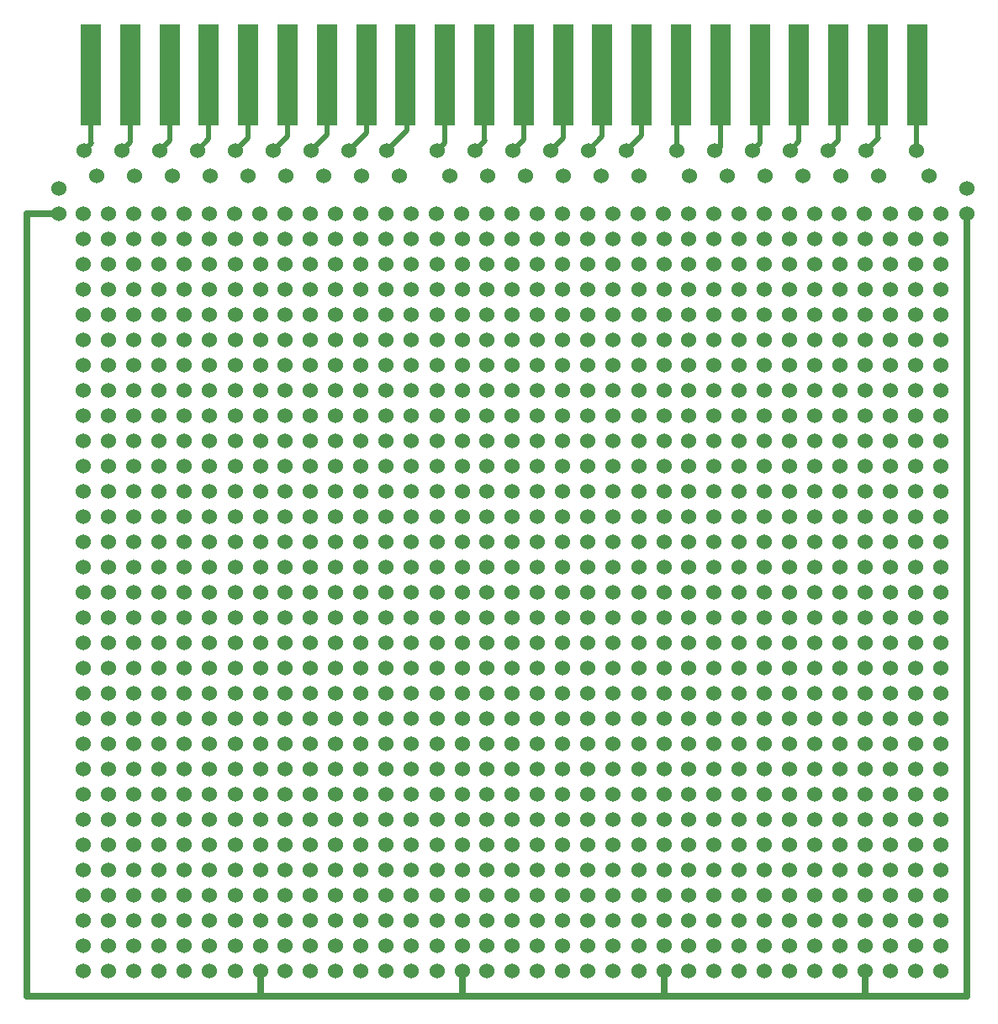
<source format=gbr>
G04 #@! TF.GenerationSoftware,KiCad,Pcbnew,5.0.2+dfsg1-1~bpo9+1*
G04 #@! TF.CreationDate,2020-04-17T05:40:57-05:00*
G04 #@! TF.ProjectId,VICProto,56494350-726f-4746-9f2e-6b696361645f,rev?*
G04 #@! TF.SameCoordinates,Original*
G04 #@! TF.FileFunction,Copper,L1,Top*
G04 #@! TF.FilePolarity,Positive*
%FSLAX46Y46*%
G04 Gerber Fmt 4.6, Leading zero omitted, Abs format (unit mm)*
G04 Created by KiCad (PCBNEW 5.0.2+dfsg1-1~bpo9+1) date Fri 17 Apr 2020 05:40:57 AM CDT*
%MOMM*%
%LPD*%
G01*
G04 APERTURE LIST*
G04 #@! TA.AperFunction,SMDPad,CuDef*
%ADD10R,2.032000X10.160000*%
G04 #@! TD*
G04 #@! TA.AperFunction,ComponentPad*
%ADD11C,1.524000*%
G04 #@! TD*
G04 #@! TA.AperFunction,Conductor*
%ADD12C,0.508000*%
G04 #@! TD*
G04 #@! TA.AperFunction,Conductor*
%ADD13C,0.635000*%
G04 #@! TD*
G04 APERTURE END LIST*
D10*
G04 #@! TO.P,CONN\002A\002A,GND1*
G04 #@! TO.N,N/C*
X107391200Y-24130000D03*
G04 #@! TO.P,CONN\002A\002A,D0*
X111353600Y-24130000D03*
G04 #@! TO.P,CONN\002A\002A,D1*
X115316000Y-24130000D03*
G04 #@! TO.P,CONN\002A\002A,D2*
X119278400Y-24130000D03*
G04 #@! TO.P,CONN\002A\002A,D3*
X123240800Y-24130000D03*
G04 #@! TO.P,CONN\002A\002A,D4*
X127203200Y-24130000D03*
G04 #@! TO.P,CONN\002A\002A,D5*
X131165600Y-24130000D03*
G04 #@! TO.P,CONN\002A\002A,D6*
X135128000Y-24130000D03*
G04 #@! TO.P,CONN\002A\002A,D7*
X139090400Y-24130000D03*
G04 #@! TO.P,CONN\002A\002A,BLK1*
X143052800Y-24130000D03*
G04 #@! TO.P,CONN\002A\002A,BLK2*
X147015200Y-24130000D03*
G04 #@! TO.P,CONN\002A\002A,BLK3*
X150977600Y-24130000D03*
G04 #@! TO.P,CONN\002A\002A,BLK5*
X154940000Y-24130000D03*
G04 #@! TO.P,CONN\002A\002A,RAM1*
X158902400Y-24130000D03*
G04 #@! TO.P,CONN\002A\002A,RAM2*
X162864800Y-24130000D03*
G04 #@! TO.P,CONN\002A\002A,RAM3*
X166827200Y-24130000D03*
G04 #@! TO.P,CONN\002A\002A,VRW*
X170789600Y-24130000D03*
G04 #@! TO.P,CONN\002A\002A,CRW*
X174752000Y-24130000D03*
G04 #@! TO.P,CONN\002A\002A,IRQ*
X178714400Y-24130000D03*
G04 #@! TO.P,CONN\002A\002A,20NC*
X182676800Y-24130000D03*
G04 #@! TO.P,CONN\002A\002A,5V*
X186639200Y-24130000D03*
G04 #@! TO.P,CONN\002A\002A,GND22*
X190601600Y-24130000D03*
G04 #@! TD*
D11*
G04 #@! TO.P,REF\002A\002A,1*
G04 #@! TO.N,N/C*
X182800000Y-73660000D03*
G04 #@! TO.P,REF\002A\002A,2*
X185340000Y-73660000D03*
G04 #@! TD*
G04 #@! TO.P,REF\002A\002A,1*
G04 #@! TO.N,N/C*
X182800000Y-53340000D03*
G04 #@! TO.P,REF\002A\002A,2*
X185340000Y-53340000D03*
G04 #@! TD*
G04 #@! TO.P,REF\002A\002A,1*
G04 #@! TO.N,N/C*
X182800000Y-40640000D03*
G04 #@! TO.P,REF\002A\002A,2*
X185340000Y-40640000D03*
G04 #@! TD*
G04 #@! TO.P,REF\002A\002A,1*
G04 #@! TO.N,N/C*
X182800000Y-114300000D03*
G04 #@! TO.P,REF\002A\002A,2*
X185340000Y-114300000D03*
G04 #@! TD*
G04 #@! TO.P,REF\002A\002A,1*
G04 #@! TO.N,N/C*
X182800000Y-104140000D03*
G04 #@! TO.P,REF\002A\002A,2*
X185340000Y-104140000D03*
G04 #@! TD*
G04 #@! TO.P,REF\002A\002A,1*
G04 #@! TO.N,N/C*
X182800000Y-45720000D03*
G04 #@! TO.P,REF\002A\002A,2*
X185340000Y-45720000D03*
G04 #@! TD*
G04 #@! TO.P,REF\002A\002A,1*
G04 #@! TO.N,N/C*
X182800000Y-83820000D03*
G04 #@! TO.P,REF\002A\002A,2*
X185340000Y-83820000D03*
G04 #@! TD*
G04 #@! TO.P,REF\002A\002A,1*
G04 #@! TO.N,N/C*
X182800000Y-71120000D03*
G04 #@! TO.P,REF\002A\002A,2*
X185340000Y-71120000D03*
G04 #@! TD*
G04 #@! TO.P,REF\002A\002A,1*
G04 #@! TO.N,N/C*
X182800000Y-81280000D03*
G04 #@! TO.P,REF\002A\002A,2*
X185340000Y-81280000D03*
G04 #@! TD*
G04 #@! TO.P,REF\002A\002A,1*
G04 #@! TO.N,N/C*
X182800000Y-55880000D03*
G04 #@! TO.P,REF\002A\002A,2*
X185340000Y-55880000D03*
G04 #@! TD*
G04 #@! TO.P,REF\002A\002A,1*
G04 #@! TO.N,N/C*
X182800000Y-68580000D03*
G04 #@! TO.P,REF\002A\002A,2*
X185340000Y-68580000D03*
G04 #@! TD*
G04 #@! TO.P,REF\002A\002A,1*
G04 #@! TO.N,N/C*
X182800000Y-111760000D03*
G04 #@! TO.P,REF\002A\002A,2*
X185340000Y-111760000D03*
G04 #@! TD*
G04 #@! TO.P,REF\002A\002A,1*
G04 #@! TO.N,N/C*
X182800000Y-66040000D03*
G04 #@! TO.P,REF\002A\002A,2*
X185340000Y-66040000D03*
G04 #@! TD*
G04 #@! TO.P,REF\002A\002A,1*
G04 #@! TO.N,N/C*
X182800000Y-93980000D03*
G04 #@! TO.P,REF\002A\002A,2*
X185340000Y-93980000D03*
G04 #@! TD*
G04 #@! TO.P,REF\002A\002A,1*
G04 #@! TO.N,N/C*
X182800000Y-76200000D03*
G04 #@! TO.P,REF\002A\002A,2*
X185340000Y-76200000D03*
G04 #@! TD*
G04 #@! TO.P,REF\002A\002A,1*
G04 #@! TO.N,N/C*
X182800000Y-109220000D03*
G04 #@! TO.P,REF\002A\002A,2*
X185340000Y-109220000D03*
G04 #@! TD*
G04 #@! TO.P,REF\002A\002A,1*
G04 #@! TO.N,N/C*
X182800000Y-101600000D03*
G04 #@! TO.P,REF\002A\002A,2*
X185340000Y-101600000D03*
G04 #@! TD*
G04 #@! TO.P,REF\002A\002A,1*
G04 #@! TO.N,N/C*
X182800000Y-99060000D03*
G04 #@! TO.P,REF\002A\002A,2*
X185340000Y-99060000D03*
G04 #@! TD*
G04 #@! TO.P,REF\002A\002A,1*
G04 #@! TO.N,N/C*
X182800000Y-78740000D03*
G04 #@! TO.P,REF\002A\002A,2*
X185340000Y-78740000D03*
G04 #@! TD*
G04 #@! TO.P,REF\002A\002A,1*
G04 #@! TO.N,N/C*
X182720000Y-38100000D03*
G04 #@! TO.P,REF\002A\002A,2*
X185260000Y-38100000D03*
G04 #@! TD*
G04 #@! TO.P,REF\002A\002A,1*
G04 #@! TO.N,N/C*
X182800000Y-96520000D03*
G04 #@! TO.P,REF\002A\002A,2*
X185340000Y-96520000D03*
G04 #@! TD*
G04 #@! TO.P,REF\002A\002A,1*
G04 #@! TO.N,N/C*
X182800000Y-106680000D03*
G04 #@! TO.P,REF\002A\002A,2*
X185340000Y-106680000D03*
G04 #@! TD*
G04 #@! TO.P,REF\002A\002A,1*
G04 #@! TO.N,N/C*
X182800000Y-43180000D03*
G04 #@! TO.P,REF\002A\002A,2*
X185340000Y-43180000D03*
G04 #@! TD*
G04 #@! TO.P,REF\002A\002A,1*
G04 #@! TO.N,N/C*
X182800000Y-58420000D03*
G04 #@! TO.P,REF\002A\002A,2*
X185340000Y-58420000D03*
G04 #@! TD*
G04 #@! TO.P,REF\002A\002A,1*
G04 #@! TO.N,N/C*
X182800000Y-86360000D03*
G04 #@! TO.P,REF\002A\002A,2*
X185340000Y-86360000D03*
G04 #@! TD*
G04 #@! TO.P,REF\002A\002A,1*
G04 #@! TO.N,N/C*
X182800000Y-88900000D03*
G04 #@! TO.P,REF\002A\002A,2*
X185340000Y-88900000D03*
G04 #@! TD*
G04 #@! TO.P,REF\002A\002A,1*
G04 #@! TO.N,N/C*
X182800000Y-60960000D03*
G04 #@! TO.P,REF\002A\002A,2*
X185340000Y-60960000D03*
G04 #@! TD*
G04 #@! TO.P,REF\002A\002A,1*
G04 #@! TO.N,N/C*
X182800000Y-91440000D03*
G04 #@! TO.P,REF\002A\002A,2*
X185340000Y-91440000D03*
G04 #@! TD*
G04 #@! TO.P,REF\002A\002A,1*
G04 #@! TO.N,N/C*
X182800000Y-50800000D03*
G04 #@! TO.P,REF\002A\002A,2*
X185340000Y-50800000D03*
G04 #@! TD*
G04 #@! TO.P,REF\002A\002A,1*
G04 #@! TO.N,N/C*
X182800000Y-63500000D03*
G04 #@! TO.P,REF\002A\002A,2*
X185340000Y-63500000D03*
G04 #@! TD*
G04 #@! TO.P,REF\002A\002A,1*
G04 #@! TO.N,N/C*
X182800000Y-48260000D03*
G04 #@! TO.P,REF\002A\002A,2*
X185340000Y-48260000D03*
G04 #@! TD*
G04 #@! TO.P,REF\002A\002A,2*
G04 #@! TO.N,N/C*
X165100000Y-76200000D03*
G04 #@! TO.P,REF\002A\002A,1*
X162560000Y-76200000D03*
G04 #@! TD*
G04 #@! TO.P,REF\002A\002A,2*
G04 #@! TO.N,N/C*
X165100000Y-109220000D03*
G04 #@! TO.P,REF\002A\002A,1*
X162560000Y-109220000D03*
G04 #@! TD*
G04 #@! TO.P,REF\002A\002A,2*
G04 #@! TO.N,N/C*
X165100000Y-111760000D03*
G04 #@! TO.P,REF\002A\002A,1*
X162560000Y-111760000D03*
G04 #@! TD*
G04 #@! TO.P,REF\002A\002A,2*
G04 #@! TO.N,N/C*
X165100000Y-66040000D03*
G04 #@! TO.P,REF\002A\002A,1*
X162560000Y-66040000D03*
G04 #@! TD*
G04 #@! TO.P,REF\002A\002A,2*
G04 #@! TO.N,N/C*
X165100000Y-96520000D03*
G04 #@! TO.P,REF\002A\002A,1*
X162560000Y-96520000D03*
G04 #@! TD*
G04 #@! TO.P,REF\002A\002A,2*
G04 #@! TO.N,N/C*
X165100000Y-106680000D03*
G04 #@! TO.P,REF\002A\002A,1*
X162560000Y-106680000D03*
G04 #@! TD*
G04 #@! TO.P,REF\002A\002A,2*
G04 #@! TO.N,N/C*
X165100000Y-114300000D03*
G04 #@! TO.P,REF\002A\002A,1*
X162560000Y-114300000D03*
G04 #@! TD*
G04 #@! TO.P,REF\002A\002A,2*
G04 #@! TO.N,N/C*
X165100000Y-43180000D03*
G04 #@! TO.P,REF\002A\002A,1*
X162560000Y-43180000D03*
G04 #@! TD*
G04 #@! TO.P,REF\002A\002A,2*
G04 #@! TO.N,N/C*
X165100000Y-58420000D03*
G04 #@! TO.P,REF\002A\002A,1*
X162560000Y-58420000D03*
G04 #@! TD*
G04 #@! TO.P,REF\002A\002A,2*
G04 #@! TO.N,N/C*
X165100000Y-88900000D03*
G04 #@! TO.P,REF\002A\002A,1*
X162560000Y-88900000D03*
G04 #@! TD*
G04 #@! TO.P,REF\002A\002A,2*
G04 #@! TO.N,N/C*
X165100000Y-60960000D03*
G04 #@! TO.P,REF\002A\002A,1*
X162560000Y-60960000D03*
G04 #@! TD*
G04 #@! TO.P,REF\002A\002A,2*
G04 #@! TO.N,N/C*
X165100000Y-50800000D03*
G04 #@! TO.P,REF\002A\002A,1*
X162560000Y-50800000D03*
G04 #@! TD*
G04 #@! TO.P,REF\002A\002A,2*
G04 #@! TO.N,N/C*
X165100000Y-45720000D03*
G04 #@! TO.P,REF\002A\002A,1*
X162560000Y-45720000D03*
G04 #@! TD*
G04 #@! TO.P,REF\002A\002A,2*
G04 #@! TO.N,N/C*
X165100000Y-83820000D03*
G04 #@! TO.P,REF\002A\002A,1*
X162560000Y-83820000D03*
G04 #@! TD*
G04 #@! TO.P,REF\002A\002A,2*
G04 #@! TO.N,N/C*
X165100000Y-40640000D03*
G04 #@! TO.P,REF\002A\002A,1*
X162560000Y-40640000D03*
G04 #@! TD*
G04 #@! TO.P,REF\002A\002A,2*
G04 #@! TO.N,N/C*
X165100000Y-63500000D03*
G04 #@! TO.P,REF\002A\002A,1*
X162560000Y-63500000D03*
G04 #@! TD*
G04 #@! TO.P,REF\002A\002A,2*
G04 #@! TO.N,N/C*
X165100000Y-48260000D03*
G04 #@! TO.P,REF\002A\002A,1*
X162560000Y-48260000D03*
G04 #@! TD*
G04 #@! TO.P,REF\002A\002A,2*
G04 #@! TO.N,N/C*
X165100000Y-93980000D03*
G04 #@! TO.P,REF\002A\002A,1*
X162560000Y-93980000D03*
G04 #@! TD*
G04 #@! TO.P,REF\002A\002A,2*
G04 #@! TO.N,N/C*
X165100000Y-55880000D03*
G04 #@! TO.P,REF\002A\002A,1*
X162560000Y-55880000D03*
G04 #@! TD*
G04 #@! TO.P,REF\002A\002A,2*
G04 #@! TO.N,N/C*
X165100000Y-68580000D03*
G04 #@! TO.P,REF\002A\002A,1*
X162560000Y-68580000D03*
G04 #@! TD*
G04 #@! TO.P,REF\002A\002A,2*
G04 #@! TO.N,N/C*
X165100000Y-81280000D03*
G04 #@! TO.P,REF\002A\002A,1*
X162560000Y-81280000D03*
G04 #@! TD*
G04 #@! TO.P,REF\002A\002A,2*
G04 #@! TO.N,N/C*
X165020000Y-38100000D03*
G04 #@! TO.P,REF\002A\002A,1*
X162480000Y-38100000D03*
G04 #@! TD*
G04 #@! TO.P,REF\002A\002A,2*
G04 #@! TO.N,N/C*
X165100000Y-71120000D03*
G04 #@! TO.P,REF\002A\002A,1*
X162560000Y-71120000D03*
G04 #@! TD*
G04 #@! TO.P,REF\002A\002A,2*
G04 #@! TO.N,N/C*
X165100000Y-91440000D03*
G04 #@! TO.P,REF\002A\002A,1*
X162560000Y-91440000D03*
G04 #@! TD*
G04 #@! TO.P,REF\002A\002A,2*
G04 #@! TO.N,N/C*
X165100000Y-78740000D03*
G04 #@! TO.P,REF\002A\002A,1*
X162560000Y-78740000D03*
G04 #@! TD*
G04 #@! TO.P,REF\002A\002A,2*
G04 #@! TO.N,N/C*
X165100000Y-73660000D03*
G04 #@! TO.P,REF\002A\002A,1*
X162560000Y-73660000D03*
G04 #@! TD*
G04 #@! TO.P,REF\002A\002A,2*
G04 #@! TO.N,N/C*
X165100000Y-99060000D03*
G04 #@! TO.P,REF\002A\002A,1*
X162560000Y-99060000D03*
G04 #@! TD*
G04 #@! TO.P,REF\002A\002A,2*
G04 #@! TO.N,N/C*
X165100000Y-104140000D03*
G04 #@! TO.P,REF\002A\002A,1*
X162560000Y-104140000D03*
G04 #@! TD*
G04 #@! TO.P,REF\002A\002A,2*
G04 #@! TO.N,N/C*
X165100000Y-53340000D03*
G04 #@! TO.P,REF\002A\002A,1*
X162560000Y-53340000D03*
G04 #@! TD*
G04 #@! TO.P,REF\002A\002A,2*
G04 #@! TO.N,N/C*
X165100000Y-86360000D03*
G04 #@! TO.P,REF\002A\002A,1*
X162560000Y-86360000D03*
G04 #@! TD*
G04 #@! TO.P,REF\002A\002A,2*
G04 #@! TO.N,N/C*
X165100000Y-101600000D03*
G04 #@! TO.P,REF\002A\002A,1*
X162560000Y-101600000D03*
G04 #@! TD*
G04 #@! TO.P,REF\002A\002A,1*
G04 #@! TO.N,N/C*
X142240000Y-53340000D03*
G04 #@! TO.P,REF\002A\002A,2*
X144780000Y-53340000D03*
G04 #@! TD*
G04 #@! TO.P,REF\002A\002A,1*
G04 #@! TO.N,N/C*
X142160000Y-38100000D03*
G04 #@! TO.P,REF\002A\002A,2*
X144700000Y-38100000D03*
G04 #@! TD*
G04 #@! TO.P,REF\002A\002A,1*
G04 #@! TO.N,N/C*
X142240000Y-99060000D03*
G04 #@! TO.P,REF\002A\002A,2*
X144780000Y-99060000D03*
G04 #@! TD*
G04 #@! TO.P,REF\002A\002A,1*
G04 #@! TO.N,N/C*
X142240000Y-48260000D03*
G04 #@! TO.P,REF\002A\002A,2*
X144780000Y-48260000D03*
G04 #@! TD*
G04 #@! TO.P,REF\002A\002A,1*
G04 #@! TO.N,N/C*
X142240000Y-101600000D03*
G04 #@! TO.P,REF\002A\002A,2*
X144780000Y-101600000D03*
G04 #@! TD*
G04 #@! TO.P,REF\002A\002A,1*
G04 #@! TO.N,N/C*
X142240000Y-96520000D03*
G04 #@! TO.P,REF\002A\002A,2*
X144780000Y-96520000D03*
G04 #@! TD*
G04 #@! TO.P,REF\002A\002A,1*
G04 #@! TO.N,N/C*
X142240000Y-86360000D03*
G04 #@! TO.P,REF\002A\002A,2*
X144780000Y-86360000D03*
G04 #@! TD*
G04 #@! TO.P,REF\002A\002A,1*
G04 #@! TO.N,N/C*
X142240000Y-109220000D03*
G04 #@! TO.P,REF\002A\002A,2*
X144780000Y-109220000D03*
G04 #@! TD*
G04 #@! TO.P,REF\002A\002A,1*
G04 #@! TO.N,N/C*
X142240000Y-93980000D03*
G04 #@! TO.P,REF\002A\002A,2*
X144780000Y-93980000D03*
G04 #@! TD*
G04 #@! TO.P,REF\002A\002A,1*
G04 #@! TO.N,N/C*
X142240000Y-111760000D03*
G04 #@! TO.P,REF\002A\002A,2*
X144780000Y-111760000D03*
G04 #@! TD*
G04 #@! TO.P,REF\002A\002A,1*
G04 #@! TO.N,N/C*
X142240000Y-60960000D03*
G04 #@! TO.P,REF\002A\002A,2*
X144780000Y-60960000D03*
G04 #@! TD*
G04 #@! TO.P,REF\002A\002A,1*
G04 #@! TO.N,N/C*
X142240000Y-55880000D03*
G04 #@! TO.P,REF\002A\002A,2*
X144780000Y-55880000D03*
G04 #@! TD*
G04 #@! TO.P,REF\002A\002A,1*
G04 #@! TO.N,N/C*
X142240000Y-71120000D03*
G04 #@! TO.P,REF\002A\002A,2*
X144780000Y-71120000D03*
G04 #@! TD*
G04 #@! TO.P,REF\002A\002A,1*
G04 #@! TO.N,N/C*
X142240000Y-66040000D03*
G04 #@! TO.P,REF\002A\002A,2*
X144780000Y-66040000D03*
G04 #@! TD*
G04 #@! TO.P,REF\002A\002A,1*
G04 #@! TO.N,N/C*
X142240000Y-78740000D03*
G04 #@! TO.P,REF\002A\002A,2*
X144780000Y-78740000D03*
G04 #@! TD*
G04 #@! TO.P,REF\002A\002A,1*
G04 #@! TO.N,N/C*
X142240000Y-91440000D03*
G04 #@! TO.P,REF\002A\002A,2*
X144780000Y-91440000D03*
G04 #@! TD*
G04 #@! TO.P,REF\002A\002A,1*
G04 #@! TO.N,N/C*
X142240000Y-106680000D03*
G04 #@! TO.P,REF\002A\002A,2*
X144780000Y-106680000D03*
G04 #@! TD*
G04 #@! TO.P,REF\002A\002A,1*
G04 #@! TO.N,N/C*
X142240000Y-76200000D03*
G04 #@! TO.P,REF\002A\002A,2*
X144780000Y-76200000D03*
G04 #@! TD*
G04 #@! TO.P,REF\002A\002A,1*
G04 #@! TO.N,N/C*
X142240000Y-40640000D03*
G04 #@! TO.P,REF\002A\002A,2*
X144780000Y-40640000D03*
G04 #@! TD*
G04 #@! TO.P,REF\002A\002A,1*
G04 #@! TO.N,N/C*
X142240000Y-50800000D03*
G04 #@! TO.P,REF\002A\002A,2*
X144780000Y-50800000D03*
G04 #@! TD*
G04 #@! TO.P,REF\002A\002A,1*
G04 #@! TO.N,N/C*
X142240000Y-43180000D03*
G04 #@! TO.P,REF\002A\002A,2*
X144780000Y-43180000D03*
G04 #@! TD*
G04 #@! TO.P,REF\002A\002A,1*
G04 #@! TO.N,N/C*
X142240000Y-81280000D03*
G04 #@! TO.P,REF\002A\002A,2*
X144780000Y-81280000D03*
G04 #@! TD*
G04 #@! TO.P,REF\002A\002A,1*
G04 #@! TO.N,N/C*
X142240000Y-88900000D03*
G04 #@! TO.P,REF\002A\002A,2*
X144780000Y-88900000D03*
G04 #@! TD*
G04 #@! TO.P,REF\002A\002A,1*
G04 #@! TO.N,N/C*
X142240000Y-45720000D03*
G04 #@! TO.P,REF\002A\002A,2*
X144780000Y-45720000D03*
G04 #@! TD*
G04 #@! TO.P,REF\002A\002A,1*
G04 #@! TO.N,N/C*
X142240000Y-68580000D03*
G04 #@! TO.P,REF\002A\002A,2*
X144780000Y-68580000D03*
G04 #@! TD*
G04 #@! TO.P,REF\002A\002A,1*
G04 #@! TO.N,N/C*
X142240000Y-83820000D03*
G04 #@! TO.P,REF\002A\002A,2*
X144780000Y-83820000D03*
G04 #@! TD*
G04 #@! TO.P,REF\002A\002A,1*
G04 #@! TO.N,N/C*
X142240000Y-63500000D03*
G04 #@! TO.P,REF\002A\002A,2*
X144780000Y-63500000D03*
G04 #@! TD*
G04 #@! TO.P,REF\002A\002A,1*
G04 #@! TO.N,N/C*
X142240000Y-58420000D03*
G04 #@! TO.P,REF\002A\002A,2*
X144780000Y-58420000D03*
G04 #@! TD*
G04 #@! TO.P,REF\002A\002A,1*
G04 #@! TO.N,N/C*
X142240000Y-104140000D03*
G04 #@! TO.P,REF\002A\002A,2*
X144780000Y-104140000D03*
G04 #@! TD*
G04 #@! TO.P,REF\002A\002A,1*
G04 #@! TO.N,N/C*
X142240000Y-114300000D03*
G04 #@! TO.P,REF\002A\002A,2*
X144780000Y-114300000D03*
G04 #@! TD*
G04 #@! TO.P,REF\002A\002A,1*
G04 #@! TO.N,N/C*
X142240000Y-73660000D03*
G04 #@! TO.P,REF\002A\002A,2*
X144780000Y-73660000D03*
G04 #@! TD*
G04 #@! TO.P,REF\002A\002A,3*
G04 #@! TO.N,N/C*
X192960000Y-81280000D03*
G04 #@! TO.P,REF\002A\002A,2*
X190420000Y-81280000D03*
G04 #@! TO.P,REF\002A\002A,1*
X187880000Y-81280000D03*
G04 #@! TD*
G04 #@! TO.P,REF\002A\002A,3*
G04 #@! TO.N,N/C*
X192960000Y-43180000D03*
G04 #@! TO.P,REF\002A\002A,2*
X190420000Y-43180000D03*
G04 #@! TO.P,REF\002A\002A,1*
X187880000Y-43180000D03*
G04 #@! TD*
G04 #@! TO.P,REF\002A\002A,3*
G04 #@! TO.N,N/C*
X192960000Y-63500000D03*
G04 #@! TO.P,REF\002A\002A,2*
X190420000Y-63500000D03*
G04 #@! TO.P,REF\002A\002A,1*
X187880000Y-63500000D03*
G04 #@! TD*
G04 #@! TO.P,REF\002A\002A,3*
G04 #@! TO.N,N/C*
X192960000Y-66040000D03*
G04 #@! TO.P,REF\002A\002A,2*
X190420000Y-66040000D03*
G04 #@! TO.P,REF\002A\002A,1*
X187880000Y-66040000D03*
G04 #@! TD*
G04 #@! TO.P,REF\002A\002A,3*
G04 #@! TO.N,N/C*
X192960000Y-40640000D03*
G04 #@! TO.P,REF\002A\002A,2*
X190420000Y-40640000D03*
G04 #@! TO.P,REF\002A\002A,1*
X187880000Y-40640000D03*
G04 #@! TD*
G04 #@! TO.P,REF\002A\002A,3*
G04 #@! TO.N,N/C*
X192960000Y-38100000D03*
G04 #@! TO.P,REF\002A\002A,2*
X190420000Y-38100000D03*
G04 #@! TO.P,REF\002A\002A,1*
X187880000Y-38100000D03*
G04 #@! TD*
G04 #@! TO.P,REF\002A\002A,3*
G04 #@! TO.N,N/C*
X192960000Y-60960000D03*
G04 #@! TO.P,REF\002A\002A,2*
X190420000Y-60960000D03*
G04 #@! TO.P,REF\002A\002A,1*
X187880000Y-60960000D03*
G04 #@! TD*
G04 #@! TO.P,REF\002A\002A,3*
G04 #@! TO.N,N/C*
X192960000Y-58420000D03*
G04 #@! TO.P,REF\002A\002A,2*
X190420000Y-58420000D03*
G04 #@! TO.P,REF\002A\002A,1*
X187880000Y-58420000D03*
G04 #@! TD*
G04 #@! TO.P,REF\002A\002A,3*
G04 #@! TO.N,N/C*
X192960000Y-55880000D03*
G04 #@! TO.P,REF\002A\002A,2*
X190420000Y-55880000D03*
G04 #@! TO.P,REF\002A\002A,1*
X187880000Y-55880000D03*
G04 #@! TD*
G04 #@! TO.P,REF\002A\002A,3*
G04 #@! TO.N,N/C*
X192960000Y-53340000D03*
G04 #@! TO.P,REF\002A\002A,2*
X190420000Y-53340000D03*
G04 #@! TO.P,REF\002A\002A,1*
X187880000Y-53340000D03*
G04 #@! TD*
G04 #@! TO.P,REF\002A\002A,3*
G04 #@! TO.N,N/C*
X192960000Y-99060000D03*
G04 #@! TO.P,REF\002A\002A,2*
X190420000Y-99060000D03*
G04 #@! TO.P,REF\002A\002A,1*
X187880000Y-99060000D03*
G04 #@! TD*
G04 #@! TO.P,REF\002A\002A,3*
G04 #@! TO.N,N/C*
X192960000Y-114300000D03*
G04 #@! TO.P,REF\002A\002A,2*
X190420000Y-114300000D03*
G04 #@! TO.P,REF\002A\002A,1*
X187880000Y-114300000D03*
G04 #@! TD*
G04 #@! TO.P,REF\002A\002A,3*
G04 #@! TO.N,N/C*
X192960000Y-68580000D03*
G04 #@! TO.P,REF\002A\002A,2*
X190420000Y-68580000D03*
G04 #@! TO.P,REF\002A\002A,1*
X187880000Y-68580000D03*
G04 #@! TD*
G04 #@! TO.P,REF\002A\002A,3*
G04 #@! TO.N,N/C*
X192960000Y-91440000D03*
G04 #@! TO.P,REF\002A\002A,2*
X190420000Y-91440000D03*
G04 #@! TO.P,REF\002A\002A,1*
X187880000Y-91440000D03*
G04 #@! TD*
G04 #@! TO.P,REF\002A\002A,3*
G04 #@! TO.N,N/C*
X192960000Y-111760000D03*
G04 #@! TO.P,REF\002A\002A,2*
X190420000Y-111760000D03*
G04 #@! TO.P,REF\002A\002A,1*
X187880000Y-111760000D03*
G04 #@! TD*
G04 #@! TO.P,REF\002A\002A,3*
G04 #@! TO.N,N/C*
X192960000Y-109220000D03*
G04 #@! TO.P,REF\002A\002A,2*
X190420000Y-109220000D03*
G04 #@! TO.P,REF\002A\002A,1*
X187880000Y-109220000D03*
G04 #@! TD*
G04 #@! TO.P,REF\002A\002A,3*
G04 #@! TO.N,N/C*
X192960000Y-76200000D03*
G04 #@! TO.P,REF\002A\002A,2*
X190420000Y-76200000D03*
G04 #@! TO.P,REF\002A\002A,1*
X187880000Y-76200000D03*
G04 #@! TD*
G04 #@! TO.P,REF\002A\002A,3*
G04 #@! TO.N,N/C*
X192960000Y-101600000D03*
G04 #@! TO.P,REF\002A\002A,2*
X190420000Y-101600000D03*
G04 #@! TO.P,REF\002A\002A,1*
X187880000Y-101600000D03*
G04 #@! TD*
G04 #@! TO.P,REF\002A\002A,3*
G04 #@! TO.N,N/C*
X192960000Y-50800000D03*
G04 #@! TO.P,REF\002A\002A,2*
X190420000Y-50800000D03*
G04 #@! TO.P,REF\002A\002A,1*
X187880000Y-50800000D03*
G04 #@! TD*
G04 #@! TO.P,REF\002A\002A,3*
G04 #@! TO.N,N/C*
X192960000Y-48260000D03*
G04 #@! TO.P,REF\002A\002A,2*
X190420000Y-48260000D03*
G04 #@! TO.P,REF\002A\002A,1*
X187880000Y-48260000D03*
G04 #@! TD*
G04 #@! TO.P,REF\002A\002A,3*
G04 #@! TO.N,N/C*
X192960000Y-45720000D03*
G04 #@! TO.P,REF\002A\002A,2*
X190420000Y-45720000D03*
G04 #@! TO.P,REF\002A\002A,1*
X187880000Y-45720000D03*
G04 #@! TD*
G04 #@! TO.P,REF\002A\002A,3*
G04 #@! TO.N,N/C*
X192960000Y-93980000D03*
G04 #@! TO.P,REF\002A\002A,2*
X190420000Y-93980000D03*
G04 #@! TO.P,REF\002A\002A,1*
X187880000Y-93980000D03*
G04 #@! TD*
G04 #@! TO.P,REF\002A\002A,3*
G04 #@! TO.N,N/C*
X192960000Y-73660000D03*
G04 #@! TO.P,REF\002A\002A,2*
X190420000Y-73660000D03*
G04 #@! TO.P,REF\002A\002A,1*
X187880000Y-73660000D03*
G04 #@! TD*
G04 #@! TO.P,REF\002A\002A,3*
G04 #@! TO.N,N/C*
X192960000Y-71120000D03*
G04 #@! TO.P,REF\002A\002A,2*
X190420000Y-71120000D03*
G04 #@! TO.P,REF\002A\002A,1*
X187880000Y-71120000D03*
G04 #@! TD*
G04 #@! TO.P,REF\002A\002A,3*
G04 #@! TO.N,N/C*
X192960000Y-106680000D03*
G04 #@! TO.P,REF\002A\002A,2*
X190420000Y-106680000D03*
G04 #@! TO.P,REF\002A\002A,1*
X187880000Y-106680000D03*
G04 #@! TD*
G04 #@! TO.P,REF\002A\002A,3*
G04 #@! TO.N,N/C*
X192960000Y-104140000D03*
G04 #@! TO.P,REF\002A\002A,2*
X190420000Y-104140000D03*
G04 #@! TO.P,REF\002A\002A,1*
X187880000Y-104140000D03*
G04 #@! TD*
G04 #@! TO.P,REF\002A\002A,3*
G04 #@! TO.N,N/C*
X192960000Y-83820000D03*
G04 #@! TO.P,REF\002A\002A,2*
X190420000Y-83820000D03*
G04 #@! TO.P,REF\002A\002A,1*
X187880000Y-83820000D03*
G04 #@! TD*
G04 #@! TO.P,REF\002A\002A,3*
G04 #@! TO.N,N/C*
X192960000Y-88900000D03*
G04 #@! TO.P,REF\002A\002A,2*
X190420000Y-88900000D03*
G04 #@! TO.P,REF\002A\002A,1*
X187880000Y-88900000D03*
G04 #@! TD*
G04 #@! TO.P,REF\002A\002A,3*
G04 #@! TO.N,N/C*
X192960000Y-86360000D03*
G04 #@! TO.P,REF\002A\002A,2*
X190420000Y-86360000D03*
G04 #@! TO.P,REF\002A\002A,1*
X187880000Y-86360000D03*
G04 #@! TD*
G04 #@! TO.P,REF\002A\002A,3*
G04 #@! TO.N,N/C*
X192960000Y-96520000D03*
G04 #@! TO.P,REF\002A\002A,2*
X190420000Y-96520000D03*
G04 #@! TO.P,REF\002A\002A,1*
X187880000Y-96520000D03*
G04 #@! TD*
G04 #@! TO.P,REF\002A\002A,3*
G04 #@! TO.N,N/C*
X192960000Y-78740000D03*
G04 #@! TO.P,REF\002A\002A,2*
X190420000Y-78740000D03*
G04 #@! TO.P,REF\002A\002A,1*
X187880000Y-78740000D03*
G04 #@! TD*
G04 #@! TO.P,REF\002A\002A,1*
G04 #@! TO.N,N/C*
X126920000Y-91440000D03*
G04 #@! TO.P,REF\002A\002A,2*
X129460000Y-91440000D03*
G04 #@! TO.P,REF\002A\002A,3*
X132000000Y-91440000D03*
G04 #@! TD*
G04 #@! TO.P,REF\002A\002A,1*
G04 #@! TO.N,N/C*
X126920000Y-88900000D03*
G04 #@! TO.P,REF\002A\002A,2*
X129460000Y-88900000D03*
G04 #@! TO.P,REF\002A\002A,3*
X132000000Y-88900000D03*
G04 #@! TD*
G04 #@! TO.P,REF\002A\002A,1*
G04 #@! TO.N,N/C*
X126920000Y-73660000D03*
G04 #@! TO.P,REF\002A\002A,2*
X129460000Y-73660000D03*
G04 #@! TO.P,REF\002A\002A,3*
X132000000Y-73660000D03*
G04 #@! TD*
G04 #@! TO.P,REF\002A\002A,1*
G04 #@! TO.N,N/C*
X126920000Y-71120000D03*
G04 #@! TO.P,REF\002A\002A,2*
X129460000Y-71120000D03*
G04 #@! TO.P,REF\002A\002A,3*
X132000000Y-71120000D03*
G04 #@! TD*
G04 #@! TO.P,REF\002A\002A,1*
G04 #@! TO.N,N/C*
X126920000Y-68580000D03*
G04 #@! TO.P,REF\002A\002A,2*
X129460000Y-68580000D03*
G04 #@! TO.P,REF\002A\002A,3*
X132000000Y-68580000D03*
G04 #@! TD*
G04 #@! TO.P,REF\002A\002A,1*
G04 #@! TO.N,N/C*
X134540000Y-43180000D03*
G04 #@! TO.P,REF\002A\002A,2*
X137080000Y-43180000D03*
G04 #@! TO.P,REF\002A\002A,3*
X139620000Y-43180000D03*
G04 #@! TD*
G04 #@! TO.P,REF\002A\002A,1*
G04 #@! TO.N,N/C*
X134540000Y-63500000D03*
G04 #@! TO.P,REF\002A\002A,2*
X137080000Y-63500000D03*
G04 #@! TO.P,REF\002A\002A,3*
X139620000Y-63500000D03*
G04 #@! TD*
G04 #@! TO.P,REF\002A\002A,1*
G04 #@! TO.N,N/C*
X126920000Y-96520000D03*
G04 #@! TO.P,REF\002A\002A,2*
X129460000Y-96520000D03*
G04 #@! TO.P,REF\002A\002A,3*
X132000000Y-96520000D03*
G04 #@! TD*
G04 #@! TO.P,REF\002A\002A,1*
G04 #@! TO.N,N/C*
X126920000Y-93980000D03*
G04 #@! TO.P,REF\002A\002A,2*
X129460000Y-93980000D03*
G04 #@! TO.P,REF\002A\002A,3*
X132000000Y-93980000D03*
G04 #@! TD*
G04 #@! TO.P,REF\002A\002A,1*
G04 #@! TO.N,N/C*
X126920000Y-38100000D03*
G04 #@! TO.P,REF\002A\002A,2*
X129460000Y-38100000D03*
G04 #@! TO.P,REF\002A\002A,3*
X132000000Y-38100000D03*
G04 #@! TD*
G04 #@! TO.P,REF\002A\002A,1*
G04 #@! TO.N,N/C*
X126920000Y-104140000D03*
G04 #@! TO.P,REF\002A\002A,2*
X129460000Y-104140000D03*
G04 #@! TO.P,REF\002A\002A,3*
X132000000Y-104140000D03*
G04 #@! TD*
G04 #@! TO.P,REF\002A\002A,1*
G04 #@! TO.N,N/C*
X126920000Y-101600000D03*
G04 #@! TO.P,REF\002A\002A,2*
X129460000Y-101600000D03*
G04 #@! TO.P,REF\002A\002A,3*
X132000000Y-101600000D03*
G04 #@! TD*
G04 #@! TO.P,REF\002A\002A,1*
G04 #@! TO.N,N/C*
X126920000Y-99060000D03*
G04 #@! TO.P,REF\002A\002A,2*
X129460000Y-99060000D03*
G04 #@! TO.P,REF\002A\002A,3*
X132000000Y-99060000D03*
G04 #@! TD*
G04 #@! TO.P,REF\002A\002A,1*
G04 #@! TO.N,N/C*
X126920000Y-45720000D03*
G04 #@! TO.P,REF\002A\002A,2*
X129460000Y-45720000D03*
G04 #@! TO.P,REF\002A\002A,3*
X132000000Y-45720000D03*
G04 #@! TD*
G04 #@! TO.P,REF\002A\002A,1*
G04 #@! TO.N,N/C*
X134540000Y-60960000D03*
G04 #@! TO.P,REF\002A\002A,2*
X137080000Y-60960000D03*
G04 #@! TO.P,REF\002A\002A,3*
X139620000Y-60960000D03*
G04 #@! TD*
G04 #@! TO.P,REF\002A\002A,1*
G04 #@! TO.N,N/C*
X134540000Y-58420000D03*
G04 #@! TO.P,REF\002A\002A,2*
X137080000Y-58420000D03*
G04 #@! TO.P,REF\002A\002A,3*
X139620000Y-58420000D03*
G04 #@! TD*
G04 #@! TO.P,REF\002A\002A,1*
G04 #@! TO.N,N/C*
X134540000Y-55880000D03*
G04 #@! TO.P,REF\002A\002A,2*
X137080000Y-55880000D03*
G04 #@! TO.P,REF\002A\002A,3*
X139620000Y-55880000D03*
G04 #@! TD*
G04 #@! TO.P,REF\002A\002A,1*
G04 #@! TO.N,N/C*
X134540000Y-53340000D03*
G04 #@! TO.P,REF\002A\002A,2*
X137080000Y-53340000D03*
G04 #@! TO.P,REF\002A\002A,3*
X139620000Y-53340000D03*
G04 #@! TD*
G04 #@! TO.P,REF\002A\002A,1*
G04 #@! TO.N,N/C*
X134540000Y-99060000D03*
G04 #@! TO.P,REF\002A\002A,2*
X137080000Y-99060000D03*
G04 #@! TO.P,REF\002A\002A,3*
X139620000Y-99060000D03*
G04 #@! TD*
G04 #@! TO.P,REF\002A\002A,1*
G04 #@! TO.N,N/C*
X134540000Y-91440000D03*
G04 #@! TO.P,REF\002A\002A,2*
X137080000Y-91440000D03*
G04 #@! TO.P,REF\002A\002A,3*
X139620000Y-91440000D03*
G04 #@! TD*
G04 #@! TO.P,REF\002A\002A,1*
G04 #@! TO.N,N/C*
X126920000Y-114300000D03*
G04 #@! TO.P,REF\002A\002A,2*
X129460000Y-114300000D03*
G04 #@! TO.P,REF\002A\002A,3*
X132000000Y-114300000D03*
G04 #@! TD*
G04 #@! TO.P,REF\002A\002A,1*
G04 #@! TO.N,N/C*
X126920000Y-111760000D03*
G04 #@! TO.P,REF\002A\002A,2*
X129460000Y-111760000D03*
G04 #@! TO.P,REF\002A\002A,3*
X132000000Y-111760000D03*
G04 #@! TD*
G04 #@! TO.P,REF\002A\002A,1*
G04 #@! TO.N,N/C*
X134540000Y-111760000D03*
G04 #@! TO.P,REF\002A\002A,2*
X137080000Y-111760000D03*
G04 #@! TO.P,REF\002A\002A,3*
X139620000Y-111760000D03*
G04 #@! TD*
G04 #@! TO.P,REF\002A\002A,1*
G04 #@! TO.N,N/C*
X134540000Y-109220000D03*
G04 #@! TO.P,REF\002A\002A,2*
X137080000Y-109220000D03*
G04 #@! TO.P,REF\002A\002A,3*
X139620000Y-109220000D03*
G04 #@! TD*
G04 #@! TO.P,REF\002A\002A,1*
G04 #@! TO.N,N/C*
X134540000Y-76200000D03*
G04 #@! TO.P,REF\002A\002A,2*
X137080000Y-76200000D03*
G04 #@! TO.P,REF\002A\002A,3*
X139620000Y-76200000D03*
G04 #@! TD*
G04 #@! TO.P,REF\002A\002A,1*
G04 #@! TO.N,N/C*
X134540000Y-73660000D03*
G04 #@! TO.P,REF\002A\002A,2*
X137080000Y-73660000D03*
G04 #@! TO.P,REF\002A\002A,3*
X139620000Y-73660000D03*
G04 #@! TD*
G04 #@! TO.P,REF\002A\002A,1*
G04 #@! TO.N,N/C*
X134540000Y-71120000D03*
G04 #@! TO.P,REF\002A\002A,2*
X137080000Y-71120000D03*
G04 #@! TO.P,REF\002A\002A,3*
X139620000Y-71120000D03*
G04 #@! TD*
G04 #@! TO.P,REF\002A\002A,1*
G04 #@! TO.N,N/C*
X134540000Y-106680000D03*
G04 #@! TO.P,REF\002A\002A,2*
X137080000Y-106680000D03*
G04 #@! TO.P,REF\002A\002A,3*
X139620000Y-106680000D03*
G04 #@! TD*
G04 #@! TO.P,REF\002A\002A,1*
G04 #@! TO.N,N/C*
X134540000Y-104140000D03*
G04 #@! TO.P,REF\002A\002A,2*
X137080000Y-104140000D03*
G04 #@! TO.P,REF\002A\002A,3*
X139620000Y-104140000D03*
G04 #@! TD*
G04 #@! TO.P,REF\002A\002A,1*
G04 #@! TO.N,N/C*
X134540000Y-101600000D03*
G04 #@! TO.P,REF\002A\002A,2*
X137080000Y-101600000D03*
G04 #@! TO.P,REF\002A\002A,3*
X139620000Y-101600000D03*
G04 #@! TD*
G04 #@! TO.P,REF\002A\002A,1*
G04 #@! TO.N,N/C*
X134540000Y-50800000D03*
G04 #@! TO.P,REF\002A\002A,2*
X137080000Y-50800000D03*
G04 #@! TO.P,REF\002A\002A,3*
X139620000Y-50800000D03*
G04 #@! TD*
G04 #@! TO.P,REF\002A\002A,1*
G04 #@! TO.N,N/C*
X134540000Y-48260000D03*
G04 #@! TO.P,REF\002A\002A,2*
X137080000Y-48260000D03*
G04 #@! TO.P,REF\002A\002A,3*
X139620000Y-48260000D03*
G04 #@! TD*
G04 #@! TO.P,REF\002A\002A,1*
G04 #@! TO.N,N/C*
X134540000Y-45720000D03*
G04 #@! TO.P,REF\002A\002A,2*
X137080000Y-45720000D03*
G04 #@! TO.P,REF\002A\002A,3*
X139620000Y-45720000D03*
G04 #@! TD*
G04 #@! TO.P,REF\002A\002A,1*
G04 #@! TO.N,N/C*
X126920000Y-63500000D03*
G04 #@! TO.P,REF\002A\002A,2*
X129460000Y-63500000D03*
G04 #@! TO.P,REF\002A\002A,3*
X132000000Y-63500000D03*
G04 #@! TD*
G04 #@! TO.P,REF\002A\002A,1*
G04 #@! TO.N,N/C*
X126920000Y-60960000D03*
G04 #@! TO.P,REF\002A\002A,2*
X129460000Y-60960000D03*
G04 #@! TO.P,REF\002A\002A,3*
X132000000Y-60960000D03*
G04 #@! TD*
G04 #@! TO.P,REF\002A\002A,1*
G04 #@! TO.N,N/C*
X134540000Y-114300000D03*
G04 #@! TO.P,REF\002A\002A,2*
X137080000Y-114300000D03*
G04 #@! TO.P,REF\002A\002A,3*
X139620000Y-114300000D03*
G04 #@! TD*
G04 #@! TO.P,REF\002A\002A,1*
G04 #@! TO.N,N/C*
X134540000Y-68580000D03*
G04 #@! TO.P,REF\002A\002A,2*
X137080000Y-68580000D03*
G04 #@! TO.P,REF\002A\002A,3*
X139620000Y-68580000D03*
G04 #@! TD*
G04 #@! TO.P,REF\002A\002A,1*
G04 #@! TO.N,N/C*
X134540000Y-66040000D03*
G04 #@! TO.P,REF\002A\002A,2*
X137080000Y-66040000D03*
G04 #@! TO.P,REF\002A\002A,3*
X139620000Y-66040000D03*
G04 #@! TD*
G04 #@! TO.P,REF\002A\002A,1*
G04 #@! TO.N,N/C*
X126920000Y-86360000D03*
G04 #@! TO.P,REF\002A\002A,2*
X129460000Y-86360000D03*
G04 #@! TO.P,REF\002A\002A,3*
X132000000Y-86360000D03*
G04 #@! TD*
G04 #@! TO.P,REF\002A\002A,1*
G04 #@! TO.N,N/C*
X126920000Y-83820000D03*
G04 #@! TO.P,REF\002A\002A,2*
X129460000Y-83820000D03*
G04 #@! TO.P,REF\002A\002A,3*
X132000000Y-83820000D03*
G04 #@! TD*
G04 #@! TO.P,REF\002A\002A,1*
G04 #@! TO.N,N/C*
X126920000Y-81280000D03*
G04 #@! TO.P,REF\002A\002A,2*
X129460000Y-81280000D03*
G04 #@! TO.P,REF\002A\002A,3*
X132000000Y-81280000D03*
G04 #@! TD*
G04 #@! TO.P,REF\002A\002A,1*
G04 #@! TO.N,N/C*
X126920000Y-50800000D03*
G04 #@! TO.P,REF\002A\002A,2*
X129460000Y-50800000D03*
G04 #@! TO.P,REF\002A\002A,3*
X132000000Y-50800000D03*
G04 #@! TD*
G04 #@! TO.P,REF\002A\002A,1*
G04 #@! TO.N,N/C*
X126920000Y-48260000D03*
G04 #@! TO.P,REF\002A\002A,2*
X129460000Y-48260000D03*
G04 #@! TO.P,REF\002A\002A,3*
X132000000Y-48260000D03*
G04 #@! TD*
G04 #@! TO.P,REF\002A\002A,1*
G04 #@! TO.N,N/C*
X134540000Y-40640000D03*
G04 #@! TO.P,REF\002A\002A,2*
X137080000Y-40640000D03*
G04 #@! TO.P,REF\002A\002A,3*
X139620000Y-40640000D03*
G04 #@! TD*
G04 #@! TO.P,REF\002A\002A,1*
G04 #@! TO.N,N/C*
X134540000Y-38100000D03*
G04 #@! TO.P,REF\002A\002A,2*
X137080000Y-38100000D03*
G04 #@! TO.P,REF\002A\002A,3*
X139620000Y-38100000D03*
G04 #@! TD*
G04 #@! TO.P,REF\002A\002A,1*
G04 #@! TO.N,N/C*
X126920000Y-66040000D03*
G04 #@! TO.P,REF\002A\002A,2*
X129460000Y-66040000D03*
G04 #@! TO.P,REF\002A\002A,3*
X132000000Y-66040000D03*
G04 #@! TD*
G04 #@! TO.P,REF\002A\002A,1*
G04 #@! TO.N,N/C*
X126920000Y-78740000D03*
G04 #@! TO.P,REF\002A\002A,2*
X129460000Y-78740000D03*
G04 #@! TO.P,REF\002A\002A,3*
X132000000Y-78740000D03*
G04 #@! TD*
G04 #@! TO.P,REF\002A\002A,1*
G04 #@! TO.N,N/C*
X126920000Y-76200000D03*
G04 #@! TO.P,REF\002A\002A,2*
X129460000Y-76200000D03*
G04 #@! TO.P,REF\002A\002A,3*
X132000000Y-76200000D03*
G04 #@! TD*
G04 #@! TO.P,REF\002A\002A,1*
G04 #@! TO.N,N/C*
X134540000Y-88900000D03*
G04 #@! TO.P,REF\002A\002A,2*
X137080000Y-88900000D03*
G04 #@! TO.P,REF\002A\002A,3*
X139620000Y-88900000D03*
G04 #@! TD*
G04 #@! TO.P,REF\002A\002A,1*
G04 #@! TO.N,N/C*
X134540000Y-86360000D03*
G04 #@! TO.P,REF\002A\002A,2*
X137080000Y-86360000D03*
G04 #@! TO.P,REF\002A\002A,3*
X139620000Y-86360000D03*
G04 #@! TD*
G04 #@! TO.P,REF\002A\002A,1*
G04 #@! TO.N,N/C*
X134540000Y-96520000D03*
G04 #@! TO.P,REF\002A\002A,2*
X137080000Y-96520000D03*
G04 #@! TO.P,REF\002A\002A,3*
X139620000Y-96520000D03*
G04 #@! TD*
G04 #@! TO.P,REF\002A\002A,1*
G04 #@! TO.N,N/C*
X134540000Y-93980000D03*
G04 #@! TO.P,REF\002A\002A,2*
X137080000Y-93980000D03*
G04 #@! TO.P,REF\002A\002A,3*
X139620000Y-93980000D03*
G04 #@! TD*
G04 #@! TO.P,REF\002A\002A,1*
G04 #@! TO.N,N/C*
X126920000Y-109220000D03*
G04 #@! TO.P,REF\002A\002A,2*
X129460000Y-109220000D03*
G04 #@! TO.P,REF\002A\002A,3*
X132000000Y-109220000D03*
G04 #@! TD*
G04 #@! TO.P,REF\002A\002A,1*
G04 #@! TO.N,N/C*
X126920000Y-106680000D03*
G04 #@! TO.P,REF\002A\002A,2*
X129460000Y-106680000D03*
G04 #@! TO.P,REF\002A\002A,3*
X132000000Y-106680000D03*
G04 #@! TD*
G04 #@! TO.P,REF\002A\002A,1*
G04 #@! TO.N,N/C*
X126920000Y-43180000D03*
G04 #@! TO.P,REF\002A\002A,2*
X129460000Y-43180000D03*
G04 #@! TO.P,REF\002A\002A,3*
X132000000Y-43180000D03*
G04 #@! TD*
G04 #@! TO.P,REF\002A\002A,1*
G04 #@! TO.N,N/C*
X126920000Y-40640000D03*
G04 #@! TO.P,REF\002A\002A,2*
X129460000Y-40640000D03*
G04 #@! TO.P,REF\002A\002A,3*
X132000000Y-40640000D03*
G04 #@! TD*
G04 #@! TO.P,REF\002A\002A,1*
G04 #@! TO.N,N/C*
X126920000Y-58420000D03*
G04 #@! TO.P,REF\002A\002A,2*
X129460000Y-58420000D03*
G04 #@! TO.P,REF\002A\002A,3*
X132000000Y-58420000D03*
G04 #@! TD*
G04 #@! TO.P,REF\002A\002A,1*
G04 #@! TO.N,N/C*
X126920000Y-55880000D03*
G04 #@! TO.P,REF\002A\002A,2*
X129460000Y-55880000D03*
G04 #@! TO.P,REF\002A\002A,3*
X132000000Y-55880000D03*
G04 #@! TD*
G04 #@! TO.P,REF\002A\002A,1*
G04 #@! TO.N,N/C*
X126920000Y-53340000D03*
G04 #@! TO.P,REF\002A\002A,2*
X129460000Y-53340000D03*
G04 #@! TO.P,REF\002A\002A,3*
X132000000Y-53340000D03*
G04 #@! TD*
G04 #@! TO.P,REF\002A\002A,1*
G04 #@! TO.N,N/C*
X134540000Y-83820000D03*
G04 #@! TO.P,REF\002A\002A,2*
X137080000Y-83820000D03*
G04 #@! TO.P,REF\002A\002A,3*
X139620000Y-83820000D03*
G04 #@! TD*
G04 #@! TO.P,REF\002A\002A,1*
G04 #@! TO.N,N/C*
X134540000Y-81280000D03*
G04 #@! TO.P,REF\002A\002A,2*
X137080000Y-81280000D03*
G04 #@! TO.P,REF\002A\002A,3*
X139620000Y-81280000D03*
G04 #@! TD*
G04 #@! TO.P,REF\002A\002A,1*
G04 #@! TO.N,N/C*
X134540000Y-78740000D03*
G04 #@! TO.P,REF\002A\002A,2*
X137080000Y-78740000D03*
G04 #@! TO.P,REF\002A\002A,3*
X139620000Y-78740000D03*
G04 #@! TD*
G04 #@! TO.P,REF\002A\002A,1*
G04 #@! TO.N,N/C*
X167560000Y-91440000D03*
G04 #@! TO.P,REF\002A\002A,2*
X170100000Y-91440000D03*
G04 #@! TO.P,REF\002A\002A,3*
X172640000Y-91440000D03*
G04 #@! TD*
G04 #@! TO.P,REF\002A\002A,1*
G04 #@! TO.N,N/C*
X167560000Y-88900000D03*
G04 #@! TO.P,REF\002A\002A,2*
X170100000Y-88900000D03*
G04 #@! TO.P,REF\002A\002A,3*
X172640000Y-88900000D03*
G04 #@! TD*
G04 #@! TO.P,REF\002A\002A,1*
G04 #@! TO.N,N/C*
X167560000Y-73660000D03*
G04 #@! TO.P,REF\002A\002A,2*
X170100000Y-73660000D03*
G04 #@! TO.P,REF\002A\002A,3*
X172640000Y-73660000D03*
G04 #@! TD*
G04 #@! TO.P,REF\002A\002A,1*
G04 #@! TO.N,N/C*
X167560000Y-71120000D03*
G04 #@! TO.P,REF\002A\002A,2*
X170100000Y-71120000D03*
G04 #@! TO.P,REF\002A\002A,3*
X172640000Y-71120000D03*
G04 #@! TD*
G04 #@! TO.P,REF\002A\002A,1*
G04 #@! TO.N,N/C*
X167560000Y-68580000D03*
G04 #@! TO.P,REF\002A\002A,2*
X170100000Y-68580000D03*
G04 #@! TO.P,REF\002A\002A,3*
X172640000Y-68580000D03*
G04 #@! TD*
G04 #@! TO.P,REF\002A\002A,1*
G04 #@! TO.N,N/C*
X175180000Y-43180000D03*
G04 #@! TO.P,REF\002A\002A,2*
X177720000Y-43180000D03*
G04 #@! TO.P,REF\002A\002A,3*
X180260000Y-43180000D03*
G04 #@! TD*
G04 #@! TO.P,REF\002A\002A,1*
G04 #@! TO.N,N/C*
X175180000Y-63500000D03*
G04 #@! TO.P,REF\002A\002A,2*
X177720000Y-63500000D03*
G04 #@! TO.P,REF\002A\002A,3*
X180260000Y-63500000D03*
G04 #@! TD*
G04 #@! TO.P,REF\002A\002A,1*
G04 #@! TO.N,N/C*
X167560000Y-96520000D03*
G04 #@! TO.P,REF\002A\002A,2*
X170100000Y-96520000D03*
G04 #@! TO.P,REF\002A\002A,3*
X172640000Y-96520000D03*
G04 #@! TD*
G04 #@! TO.P,REF\002A\002A,1*
G04 #@! TO.N,N/C*
X167560000Y-93980000D03*
G04 #@! TO.P,REF\002A\002A,2*
X170100000Y-93980000D03*
G04 #@! TO.P,REF\002A\002A,3*
X172640000Y-93980000D03*
G04 #@! TD*
G04 #@! TO.P,REF\002A\002A,1*
G04 #@! TO.N,N/C*
X167560000Y-38100000D03*
G04 #@! TO.P,REF\002A\002A,2*
X170100000Y-38100000D03*
G04 #@! TO.P,REF\002A\002A,3*
X172640000Y-38100000D03*
G04 #@! TD*
G04 #@! TO.P,REF\002A\002A,1*
G04 #@! TO.N,N/C*
X167560000Y-104140000D03*
G04 #@! TO.P,REF\002A\002A,2*
X170100000Y-104140000D03*
G04 #@! TO.P,REF\002A\002A,3*
X172640000Y-104140000D03*
G04 #@! TD*
G04 #@! TO.P,REF\002A\002A,1*
G04 #@! TO.N,N/C*
X167560000Y-101600000D03*
G04 #@! TO.P,REF\002A\002A,2*
X170100000Y-101600000D03*
G04 #@! TO.P,REF\002A\002A,3*
X172640000Y-101600000D03*
G04 #@! TD*
G04 #@! TO.P,REF\002A\002A,1*
G04 #@! TO.N,N/C*
X167560000Y-99060000D03*
G04 #@! TO.P,REF\002A\002A,2*
X170100000Y-99060000D03*
G04 #@! TO.P,REF\002A\002A,3*
X172640000Y-99060000D03*
G04 #@! TD*
G04 #@! TO.P,REF\002A\002A,1*
G04 #@! TO.N,N/C*
X167560000Y-45720000D03*
G04 #@! TO.P,REF\002A\002A,2*
X170100000Y-45720000D03*
G04 #@! TO.P,REF\002A\002A,3*
X172640000Y-45720000D03*
G04 #@! TD*
G04 #@! TO.P,REF\002A\002A,1*
G04 #@! TO.N,N/C*
X175180000Y-60960000D03*
G04 #@! TO.P,REF\002A\002A,2*
X177720000Y-60960000D03*
G04 #@! TO.P,REF\002A\002A,3*
X180260000Y-60960000D03*
G04 #@! TD*
G04 #@! TO.P,REF\002A\002A,1*
G04 #@! TO.N,N/C*
X175180000Y-58420000D03*
G04 #@! TO.P,REF\002A\002A,2*
X177720000Y-58420000D03*
G04 #@! TO.P,REF\002A\002A,3*
X180260000Y-58420000D03*
G04 #@! TD*
G04 #@! TO.P,REF\002A\002A,1*
G04 #@! TO.N,N/C*
X175180000Y-55880000D03*
G04 #@! TO.P,REF\002A\002A,2*
X177720000Y-55880000D03*
G04 #@! TO.P,REF\002A\002A,3*
X180260000Y-55880000D03*
G04 #@! TD*
G04 #@! TO.P,REF\002A\002A,1*
G04 #@! TO.N,N/C*
X175180000Y-53340000D03*
G04 #@! TO.P,REF\002A\002A,2*
X177720000Y-53340000D03*
G04 #@! TO.P,REF\002A\002A,3*
X180260000Y-53340000D03*
G04 #@! TD*
G04 #@! TO.P,REF\002A\002A,1*
G04 #@! TO.N,N/C*
X175180000Y-99060000D03*
G04 #@! TO.P,REF\002A\002A,2*
X177720000Y-99060000D03*
G04 #@! TO.P,REF\002A\002A,3*
X180260000Y-99060000D03*
G04 #@! TD*
G04 #@! TO.P,REF\002A\002A,1*
G04 #@! TO.N,N/C*
X175180000Y-91440000D03*
G04 #@! TO.P,REF\002A\002A,2*
X177720000Y-91440000D03*
G04 #@! TO.P,REF\002A\002A,3*
X180260000Y-91440000D03*
G04 #@! TD*
G04 #@! TO.P,REF\002A\002A,1*
G04 #@! TO.N,N/C*
X167560000Y-114300000D03*
G04 #@! TO.P,REF\002A\002A,2*
X170100000Y-114300000D03*
G04 #@! TO.P,REF\002A\002A,3*
X172640000Y-114300000D03*
G04 #@! TD*
G04 #@! TO.P,REF\002A\002A,1*
G04 #@! TO.N,N/C*
X167560000Y-111760000D03*
G04 #@! TO.P,REF\002A\002A,2*
X170100000Y-111760000D03*
G04 #@! TO.P,REF\002A\002A,3*
X172640000Y-111760000D03*
G04 #@! TD*
G04 #@! TO.P,REF\002A\002A,1*
G04 #@! TO.N,N/C*
X175180000Y-111760000D03*
G04 #@! TO.P,REF\002A\002A,2*
X177720000Y-111760000D03*
G04 #@! TO.P,REF\002A\002A,3*
X180260000Y-111760000D03*
G04 #@! TD*
G04 #@! TO.P,REF\002A\002A,1*
G04 #@! TO.N,N/C*
X175180000Y-109220000D03*
G04 #@! TO.P,REF\002A\002A,2*
X177720000Y-109220000D03*
G04 #@! TO.P,REF\002A\002A,3*
X180260000Y-109220000D03*
G04 #@! TD*
G04 #@! TO.P,REF\002A\002A,1*
G04 #@! TO.N,N/C*
X175180000Y-76200000D03*
G04 #@! TO.P,REF\002A\002A,2*
X177720000Y-76200000D03*
G04 #@! TO.P,REF\002A\002A,3*
X180260000Y-76200000D03*
G04 #@! TD*
G04 #@! TO.P,REF\002A\002A,1*
G04 #@! TO.N,N/C*
X175180000Y-73660000D03*
G04 #@! TO.P,REF\002A\002A,2*
X177720000Y-73660000D03*
G04 #@! TO.P,REF\002A\002A,3*
X180260000Y-73660000D03*
G04 #@! TD*
G04 #@! TO.P,REF\002A\002A,1*
G04 #@! TO.N,N/C*
X175180000Y-71120000D03*
G04 #@! TO.P,REF\002A\002A,2*
X177720000Y-71120000D03*
G04 #@! TO.P,REF\002A\002A,3*
X180260000Y-71120000D03*
G04 #@! TD*
G04 #@! TO.P,REF\002A\002A,1*
G04 #@! TO.N,N/C*
X175180000Y-106680000D03*
G04 #@! TO.P,REF\002A\002A,2*
X177720000Y-106680000D03*
G04 #@! TO.P,REF\002A\002A,3*
X180260000Y-106680000D03*
G04 #@! TD*
G04 #@! TO.P,REF\002A\002A,1*
G04 #@! TO.N,N/C*
X175180000Y-104140000D03*
G04 #@! TO.P,REF\002A\002A,2*
X177720000Y-104140000D03*
G04 #@! TO.P,REF\002A\002A,3*
X180260000Y-104140000D03*
G04 #@! TD*
G04 #@! TO.P,REF\002A\002A,1*
G04 #@! TO.N,N/C*
X175180000Y-101600000D03*
G04 #@! TO.P,REF\002A\002A,2*
X177720000Y-101600000D03*
G04 #@! TO.P,REF\002A\002A,3*
X180260000Y-101600000D03*
G04 #@! TD*
G04 #@! TO.P,REF\002A\002A,1*
G04 #@! TO.N,N/C*
X175180000Y-50800000D03*
G04 #@! TO.P,REF\002A\002A,2*
X177720000Y-50800000D03*
G04 #@! TO.P,REF\002A\002A,3*
X180260000Y-50800000D03*
G04 #@! TD*
G04 #@! TO.P,REF\002A\002A,1*
G04 #@! TO.N,N/C*
X175180000Y-48260000D03*
G04 #@! TO.P,REF\002A\002A,2*
X177720000Y-48260000D03*
G04 #@! TO.P,REF\002A\002A,3*
X180260000Y-48260000D03*
G04 #@! TD*
G04 #@! TO.P,REF\002A\002A,1*
G04 #@! TO.N,N/C*
X175180000Y-45720000D03*
G04 #@! TO.P,REF\002A\002A,2*
X177720000Y-45720000D03*
G04 #@! TO.P,REF\002A\002A,3*
X180260000Y-45720000D03*
G04 #@! TD*
G04 #@! TO.P,REF\002A\002A,1*
G04 #@! TO.N,N/C*
X167560000Y-63500000D03*
G04 #@! TO.P,REF\002A\002A,2*
X170100000Y-63500000D03*
G04 #@! TO.P,REF\002A\002A,3*
X172640000Y-63500000D03*
G04 #@! TD*
G04 #@! TO.P,REF\002A\002A,1*
G04 #@! TO.N,N/C*
X167560000Y-60960000D03*
G04 #@! TO.P,REF\002A\002A,2*
X170100000Y-60960000D03*
G04 #@! TO.P,REF\002A\002A,3*
X172640000Y-60960000D03*
G04 #@! TD*
G04 #@! TO.P,REF\002A\002A,1*
G04 #@! TO.N,N/C*
X175180000Y-114300000D03*
G04 #@! TO.P,REF\002A\002A,2*
X177720000Y-114300000D03*
G04 #@! TO.P,REF\002A\002A,3*
X180260000Y-114300000D03*
G04 #@! TD*
G04 #@! TO.P,REF\002A\002A,1*
G04 #@! TO.N,N/C*
X175180000Y-68580000D03*
G04 #@! TO.P,REF\002A\002A,2*
X177720000Y-68580000D03*
G04 #@! TO.P,REF\002A\002A,3*
X180260000Y-68580000D03*
G04 #@! TD*
G04 #@! TO.P,REF\002A\002A,1*
G04 #@! TO.N,N/C*
X175180000Y-66040000D03*
G04 #@! TO.P,REF\002A\002A,2*
X177720000Y-66040000D03*
G04 #@! TO.P,REF\002A\002A,3*
X180260000Y-66040000D03*
G04 #@! TD*
G04 #@! TO.P,REF\002A\002A,1*
G04 #@! TO.N,N/C*
X167560000Y-86360000D03*
G04 #@! TO.P,REF\002A\002A,2*
X170100000Y-86360000D03*
G04 #@! TO.P,REF\002A\002A,3*
X172640000Y-86360000D03*
G04 #@! TD*
G04 #@! TO.P,REF\002A\002A,1*
G04 #@! TO.N,N/C*
X167560000Y-83820000D03*
G04 #@! TO.P,REF\002A\002A,2*
X170100000Y-83820000D03*
G04 #@! TO.P,REF\002A\002A,3*
X172640000Y-83820000D03*
G04 #@! TD*
G04 #@! TO.P,REF\002A\002A,1*
G04 #@! TO.N,N/C*
X167560000Y-81280000D03*
G04 #@! TO.P,REF\002A\002A,2*
X170100000Y-81280000D03*
G04 #@! TO.P,REF\002A\002A,3*
X172640000Y-81280000D03*
G04 #@! TD*
G04 #@! TO.P,REF\002A\002A,1*
G04 #@! TO.N,N/C*
X167560000Y-50800000D03*
G04 #@! TO.P,REF\002A\002A,2*
X170100000Y-50800000D03*
G04 #@! TO.P,REF\002A\002A,3*
X172640000Y-50800000D03*
G04 #@! TD*
G04 #@! TO.P,REF\002A\002A,1*
G04 #@! TO.N,N/C*
X167560000Y-48260000D03*
G04 #@! TO.P,REF\002A\002A,2*
X170100000Y-48260000D03*
G04 #@! TO.P,REF\002A\002A,3*
X172640000Y-48260000D03*
G04 #@! TD*
G04 #@! TO.P,REF\002A\002A,1*
G04 #@! TO.N,N/C*
X175180000Y-40640000D03*
G04 #@! TO.P,REF\002A\002A,2*
X177720000Y-40640000D03*
G04 #@! TO.P,REF\002A\002A,3*
X180260000Y-40640000D03*
G04 #@! TD*
G04 #@! TO.P,REF\002A\002A,1*
G04 #@! TO.N,N/C*
X175180000Y-38100000D03*
G04 #@! TO.P,REF\002A\002A,2*
X177720000Y-38100000D03*
G04 #@! TO.P,REF\002A\002A,3*
X180260000Y-38100000D03*
G04 #@! TD*
G04 #@! TO.P,REF\002A\002A,1*
G04 #@! TO.N,N/C*
X167560000Y-66040000D03*
G04 #@! TO.P,REF\002A\002A,2*
X170100000Y-66040000D03*
G04 #@! TO.P,REF\002A\002A,3*
X172640000Y-66040000D03*
G04 #@! TD*
G04 #@! TO.P,REF\002A\002A,1*
G04 #@! TO.N,N/C*
X167560000Y-78740000D03*
G04 #@! TO.P,REF\002A\002A,2*
X170100000Y-78740000D03*
G04 #@! TO.P,REF\002A\002A,3*
X172640000Y-78740000D03*
G04 #@! TD*
G04 #@! TO.P,REF\002A\002A,1*
G04 #@! TO.N,N/C*
X167560000Y-76200000D03*
G04 #@! TO.P,REF\002A\002A,2*
X170100000Y-76200000D03*
G04 #@! TO.P,REF\002A\002A,3*
X172640000Y-76200000D03*
G04 #@! TD*
G04 #@! TO.P,REF\002A\002A,1*
G04 #@! TO.N,N/C*
X175180000Y-88900000D03*
G04 #@! TO.P,REF\002A\002A,2*
X177720000Y-88900000D03*
G04 #@! TO.P,REF\002A\002A,3*
X180260000Y-88900000D03*
G04 #@! TD*
G04 #@! TO.P,REF\002A\002A,1*
G04 #@! TO.N,N/C*
X175180000Y-86360000D03*
G04 #@! TO.P,REF\002A\002A,2*
X177720000Y-86360000D03*
G04 #@! TO.P,REF\002A\002A,3*
X180260000Y-86360000D03*
G04 #@! TD*
G04 #@! TO.P,REF\002A\002A,1*
G04 #@! TO.N,N/C*
X175180000Y-96520000D03*
G04 #@! TO.P,REF\002A\002A,2*
X177720000Y-96520000D03*
G04 #@! TO.P,REF\002A\002A,3*
X180260000Y-96520000D03*
G04 #@! TD*
G04 #@! TO.P,REF\002A\002A,1*
G04 #@! TO.N,N/C*
X175180000Y-93980000D03*
G04 #@! TO.P,REF\002A\002A,2*
X177720000Y-93980000D03*
G04 #@! TO.P,REF\002A\002A,3*
X180260000Y-93980000D03*
G04 #@! TD*
G04 #@! TO.P,REF\002A\002A,1*
G04 #@! TO.N,N/C*
X167560000Y-109220000D03*
G04 #@! TO.P,REF\002A\002A,2*
X170100000Y-109220000D03*
G04 #@! TO.P,REF\002A\002A,3*
X172640000Y-109220000D03*
G04 #@! TD*
G04 #@! TO.P,REF\002A\002A,1*
G04 #@! TO.N,N/C*
X167560000Y-106680000D03*
G04 #@! TO.P,REF\002A\002A,2*
X170100000Y-106680000D03*
G04 #@! TO.P,REF\002A\002A,3*
X172640000Y-106680000D03*
G04 #@! TD*
G04 #@! TO.P,REF\002A\002A,1*
G04 #@! TO.N,N/C*
X167560000Y-43180000D03*
G04 #@! TO.P,REF\002A\002A,2*
X170100000Y-43180000D03*
G04 #@! TO.P,REF\002A\002A,3*
X172640000Y-43180000D03*
G04 #@! TD*
G04 #@! TO.P,REF\002A\002A,1*
G04 #@! TO.N,N/C*
X167560000Y-40640000D03*
G04 #@! TO.P,REF\002A\002A,2*
X170100000Y-40640000D03*
G04 #@! TO.P,REF\002A\002A,3*
X172640000Y-40640000D03*
G04 #@! TD*
G04 #@! TO.P,REF\002A\002A,1*
G04 #@! TO.N,N/C*
X167560000Y-58420000D03*
G04 #@! TO.P,REF\002A\002A,2*
X170100000Y-58420000D03*
G04 #@! TO.P,REF\002A\002A,3*
X172640000Y-58420000D03*
G04 #@! TD*
G04 #@! TO.P,REF\002A\002A,1*
G04 #@! TO.N,N/C*
X167560000Y-55880000D03*
G04 #@! TO.P,REF\002A\002A,2*
X170100000Y-55880000D03*
G04 #@! TO.P,REF\002A\002A,3*
X172640000Y-55880000D03*
G04 #@! TD*
G04 #@! TO.P,REF\002A\002A,1*
G04 #@! TO.N,N/C*
X167560000Y-53340000D03*
G04 #@! TO.P,REF\002A\002A,2*
X170100000Y-53340000D03*
G04 #@! TO.P,REF\002A\002A,3*
X172640000Y-53340000D03*
G04 #@! TD*
G04 #@! TO.P,REF\002A\002A,1*
G04 #@! TO.N,N/C*
X175180000Y-83820000D03*
G04 #@! TO.P,REF\002A\002A,2*
X177720000Y-83820000D03*
G04 #@! TO.P,REF\002A\002A,3*
X180260000Y-83820000D03*
G04 #@! TD*
G04 #@! TO.P,REF\002A\002A,1*
G04 #@! TO.N,N/C*
X175180000Y-81280000D03*
G04 #@! TO.P,REF\002A\002A,2*
X177720000Y-81280000D03*
G04 #@! TO.P,REF\002A\002A,3*
X180260000Y-81280000D03*
G04 #@! TD*
G04 #@! TO.P,REF\002A\002A,1*
G04 #@! TO.N,N/C*
X175180000Y-78740000D03*
G04 #@! TO.P,REF\002A\002A,2*
X177720000Y-78740000D03*
G04 #@! TO.P,REF\002A\002A,3*
X180260000Y-78740000D03*
G04 #@! TD*
G04 #@! TO.P,REF\002A\002A,1*
G04 #@! TO.N,N/C*
X147240000Y-91440000D03*
G04 #@! TO.P,REF\002A\002A,2*
X149780000Y-91440000D03*
G04 #@! TO.P,REF\002A\002A,3*
X152320000Y-91440000D03*
G04 #@! TD*
G04 #@! TO.P,REF\002A\002A,1*
G04 #@! TO.N,N/C*
X147240000Y-88900000D03*
G04 #@! TO.P,REF\002A\002A,2*
X149780000Y-88900000D03*
G04 #@! TO.P,REF\002A\002A,3*
X152320000Y-88900000D03*
G04 #@! TD*
G04 #@! TO.P,REF\002A\002A,1*
G04 #@! TO.N,N/C*
X147240000Y-73660000D03*
G04 #@! TO.P,REF\002A\002A,2*
X149780000Y-73660000D03*
G04 #@! TO.P,REF\002A\002A,3*
X152320000Y-73660000D03*
G04 #@! TD*
G04 #@! TO.P,REF\002A\002A,1*
G04 #@! TO.N,N/C*
X147240000Y-71120000D03*
G04 #@! TO.P,REF\002A\002A,2*
X149780000Y-71120000D03*
G04 #@! TO.P,REF\002A\002A,3*
X152320000Y-71120000D03*
G04 #@! TD*
G04 #@! TO.P,REF\002A\002A,1*
G04 #@! TO.N,N/C*
X147240000Y-68580000D03*
G04 #@! TO.P,REF\002A\002A,2*
X149780000Y-68580000D03*
G04 #@! TO.P,REF\002A\002A,3*
X152320000Y-68580000D03*
G04 #@! TD*
G04 #@! TO.P,REF\002A\002A,1*
G04 #@! TO.N,N/C*
X154860000Y-43180000D03*
G04 #@! TO.P,REF\002A\002A,2*
X157400000Y-43180000D03*
G04 #@! TO.P,REF\002A\002A,3*
X159940000Y-43180000D03*
G04 #@! TD*
G04 #@! TO.P,REF\002A\002A,1*
G04 #@! TO.N,N/C*
X154860000Y-63500000D03*
G04 #@! TO.P,REF\002A\002A,2*
X157400000Y-63500000D03*
G04 #@! TO.P,REF\002A\002A,3*
X159940000Y-63500000D03*
G04 #@! TD*
G04 #@! TO.P,REF\002A\002A,1*
G04 #@! TO.N,N/C*
X147240000Y-96520000D03*
G04 #@! TO.P,REF\002A\002A,2*
X149780000Y-96520000D03*
G04 #@! TO.P,REF\002A\002A,3*
X152320000Y-96520000D03*
G04 #@! TD*
G04 #@! TO.P,REF\002A\002A,1*
G04 #@! TO.N,N/C*
X147240000Y-93980000D03*
G04 #@! TO.P,REF\002A\002A,2*
X149780000Y-93980000D03*
G04 #@! TO.P,REF\002A\002A,3*
X152320000Y-93980000D03*
G04 #@! TD*
G04 #@! TO.P,REF\002A\002A,1*
G04 #@! TO.N,N/C*
X147240000Y-38100000D03*
G04 #@! TO.P,REF\002A\002A,2*
X149780000Y-38100000D03*
G04 #@! TO.P,REF\002A\002A,3*
X152320000Y-38100000D03*
G04 #@! TD*
G04 #@! TO.P,REF\002A\002A,1*
G04 #@! TO.N,N/C*
X147240000Y-104140000D03*
G04 #@! TO.P,REF\002A\002A,2*
X149780000Y-104140000D03*
G04 #@! TO.P,REF\002A\002A,3*
X152320000Y-104140000D03*
G04 #@! TD*
G04 #@! TO.P,REF\002A\002A,1*
G04 #@! TO.N,N/C*
X147240000Y-101600000D03*
G04 #@! TO.P,REF\002A\002A,2*
X149780000Y-101600000D03*
G04 #@! TO.P,REF\002A\002A,3*
X152320000Y-101600000D03*
G04 #@! TD*
G04 #@! TO.P,REF\002A\002A,1*
G04 #@! TO.N,N/C*
X147240000Y-99060000D03*
G04 #@! TO.P,REF\002A\002A,2*
X149780000Y-99060000D03*
G04 #@! TO.P,REF\002A\002A,3*
X152320000Y-99060000D03*
G04 #@! TD*
G04 #@! TO.P,REF\002A\002A,1*
G04 #@! TO.N,N/C*
X147240000Y-45720000D03*
G04 #@! TO.P,REF\002A\002A,2*
X149780000Y-45720000D03*
G04 #@! TO.P,REF\002A\002A,3*
X152320000Y-45720000D03*
G04 #@! TD*
G04 #@! TO.P,REF\002A\002A,1*
G04 #@! TO.N,N/C*
X154860000Y-60960000D03*
G04 #@! TO.P,REF\002A\002A,2*
X157400000Y-60960000D03*
G04 #@! TO.P,REF\002A\002A,3*
X159940000Y-60960000D03*
G04 #@! TD*
G04 #@! TO.P,REF\002A\002A,1*
G04 #@! TO.N,N/C*
X154860000Y-58420000D03*
G04 #@! TO.P,REF\002A\002A,2*
X157400000Y-58420000D03*
G04 #@! TO.P,REF\002A\002A,3*
X159940000Y-58420000D03*
G04 #@! TD*
G04 #@! TO.P,REF\002A\002A,1*
G04 #@! TO.N,N/C*
X154860000Y-55880000D03*
G04 #@! TO.P,REF\002A\002A,2*
X157400000Y-55880000D03*
G04 #@! TO.P,REF\002A\002A,3*
X159940000Y-55880000D03*
G04 #@! TD*
G04 #@! TO.P,REF\002A\002A,1*
G04 #@! TO.N,N/C*
X154860000Y-53340000D03*
G04 #@! TO.P,REF\002A\002A,2*
X157400000Y-53340000D03*
G04 #@! TO.P,REF\002A\002A,3*
X159940000Y-53340000D03*
G04 #@! TD*
G04 #@! TO.P,REF\002A\002A,1*
G04 #@! TO.N,N/C*
X154860000Y-99060000D03*
G04 #@! TO.P,REF\002A\002A,2*
X157400000Y-99060000D03*
G04 #@! TO.P,REF\002A\002A,3*
X159940000Y-99060000D03*
G04 #@! TD*
G04 #@! TO.P,REF\002A\002A,1*
G04 #@! TO.N,N/C*
X154860000Y-91440000D03*
G04 #@! TO.P,REF\002A\002A,2*
X157400000Y-91440000D03*
G04 #@! TO.P,REF\002A\002A,3*
X159940000Y-91440000D03*
G04 #@! TD*
G04 #@! TO.P,REF\002A\002A,1*
G04 #@! TO.N,N/C*
X147240000Y-114300000D03*
G04 #@! TO.P,REF\002A\002A,2*
X149780000Y-114300000D03*
G04 #@! TO.P,REF\002A\002A,3*
X152320000Y-114300000D03*
G04 #@! TD*
G04 #@! TO.P,REF\002A\002A,1*
G04 #@! TO.N,N/C*
X147240000Y-111760000D03*
G04 #@! TO.P,REF\002A\002A,2*
X149780000Y-111760000D03*
G04 #@! TO.P,REF\002A\002A,3*
X152320000Y-111760000D03*
G04 #@! TD*
G04 #@! TO.P,REF\002A\002A,1*
G04 #@! TO.N,N/C*
X154860000Y-111760000D03*
G04 #@! TO.P,REF\002A\002A,2*
X157400000Y-111760000D03*
G04 #@! TO.P,REF\002A\002A,3*
X159940000Y-111760000D03*
G04 #@! TD*
G04 #@! TO.P,REF\002A\002A,1*
G04 #@! TO.N,N/C*
X154860000Y-109220000D03*
G04 #@! TO.P,REF\002A\002A,2*
X157400000Y-109220000D03*
G04 #@! TO.P,REF\002A\002A,3*
X159940000Y-109220000D03*
G04 #@! TD*
G04 #@! TO.P,REF\002A\002A,1*
G04 #@! TO.N,N/C*
X154860000Y-76200000D03*
G04 #@! TO.P,REF\002A\002A,2*
X157400000Y-76200000D03*
G04 #@! TO.P,REF\002A\002A,3*
X159940000Y-76200000D03*
G04 #@! TD*
G04 #@! TO.P,REF\002A\002A,1*
G04 #@! TO.N,N/C*
X154860000Y-73660000D03*
G04 #@! TO.P,REF\002A\002A,2*
X157400000Y-73660000D03*
G04 #@! TO.P,REF\002A\002A,3*
X159940000Y-73660000D03*
G04 #@! TD*
G04 #@! TO.P,REF\002A\002A,1*
G04 #@! TO.N,N/C*
X154860000Y-71120000D03*
G04 #@! TO.P,REF\002A\002A,2*
X157400000Y-71120000D03*
G04 #@! TO.P,REF\002A\002A,3*
X159940000Y-71120000D03*
G04 #@! TD*
G04 #@! TO.P,REF\002A\002A,1*
G04 #@! TO.N,N/C*
X154860000Y-106680000D03*
G04 #@! TO.P,REF\002A\002A,2*
X157400000Y-106680000D03*
G04 #@! TO.P,REF\002A\002A,3*
X159940000Y-106680000D03*
G04 #@! TD*
G04 #@! TO.P,REF\002A\002A,1*
G04 #@! TO.N,N/C*
X154860000Y-104140000D03*
G04 #@! TO.P,REF\002A\002A,2*
X157400000Y-104140000D03*
G04 #@! TO.P,REF\002A\002A,3*
X159940000Y-104140000D03*
G04 #@! TD*
G04 #@! TO.P,REF\002A\002A,1*
G04 #@! TO.N,N/C*
X154860000Y-101600000D03*
G04 #@! TO.P,REF\002A\002A,2*
X157400000Y-101600000D03*
G04 #@! TO.P,REF\002A\002A,3*
X159940000Y-101600000D03*
G04 #@! TD*
G04 #@! TO.P,REF\002A\002A,1*
G04 #@! TO.N,N/C*
X154860000Y-50800000D03*
G04 #@! TO.P,REF\002A\002A,2*
X157400000Y-50800000D03*
G04 #@! TO.P,REF\002A\002A,3*
X159940000Y-50800000D03*
G04 #@! TD*
G04 #@! TO.P,REF\002A\002A,1*
G04 #@! TO.N,N/C*
X154860000Y-48260000D03*
G04 #@! TO.P,REF\002A\002A,2*
X157400000Y-48260000D03*
G04 #@! TO.P,REF\002A\002A,3*
X159940000Y-48260000D03*
G04 #@! TD*
G04 #@! TO.P,REF\002A\002A,1*
G04 #@! TO.N,N/C*
X154860000Y-45720000D03*
G04 #@! TO.P,REF\002A\002A,2*
X157400000Y-45720000D03*
G04 #@! TO.P,REF\002A\002A,3*
X159940000Y-45720000D03*
G04 #@! TD*
G04 #@! TO.P,REF\002A\002A,1*
G04 #@! TO.N,N/C*
X147240000Y-63500000D03*
G04 #@! TO.P,REF\002A\002A,2*
X149780000Y-63500000D03*
G04 #@! TO.P,REF\002A\002A,3*
X152320000Y-63500000D03*
G04 #@! TD*
G04 #@! TO.P,REF\002A\002A,1*
G04 #@! TO.N,N/C*
X147240000Y-60960000D03*
G04 #@! TO.P,REF\002A\002A,2*
X149780000Y-60960000D03*
G04 #@! TO.P,REF\002A\002A,3*
X152320000Y-60960000D03*
G04 #@! TD*
G04 #@! TO.P,REF\002A\002A,1*
G04 #@! TO.N,N/C*
X154860000Y-114300000D03*
G04 #@! TO.P,REF\002A\002A,2*
X157400000Y-114300000D03*
G04 #@! TO.P,REF\002A\002A,3*
X159940000Y-114300000D03*
G04 #@! TD*
G04 #@! TO.P,REF\002A\002A,1*
G04 #@! TO.N,N/C*
X154860000Y-68580000D03*
G04 #@! TO.P,REF\002A\002A,2*
X157400000Y-68580000D03*
G04 #@! TO.P,REF\002A\002A,3*
X159940000Y-68580000D03*
G04 #@! TD*
G04 #@! TO.P,REF\002A\002A,1*
G04 #@! TO.N,N/C*
X154860000Y-66040000D03*
G04 #@! TO.P,REF\002A\002A,2*
X157400000Y-66040000D03*
G04 #@! TO.P,REF\002A\002A,3*
X159940000Y-66040000D03*
G04 #@! TD*
G04 #@! TO.P,REF\002A\002A,1*
G04 #@! TO.N,N/C*
X147240000Y-86360000D03*
G04 #@! TO.P,REF\002A\002A,2*
X149780000Y-86360000D03*
G04 #@! TO.P,REF\002A\002A,3*
X152320000Y-86360000D03*
G04 #@! TD*
G04 #@! TO.P,REF\002A\002A,1*
G04 #@! TO.N,N/C*
X147240000Y-83820000D03*
G04 #@! TO.P,REF\002A\002A,2*
X149780000Y-83820000D03*
G04 #@! TO.P,REF\002A\002A,3*
X152320000Y-83820000D03*
G04 #@! TD*
G04 #@! TO.P,REF\002A\002A,1*
G04 #@! TO.N,N/C*
X147240000Y-81280000D03*
G04 #@! TO.P,REF\002A\002A,2*
X149780000Y-81280000D03*
G04 #@! TO.P,REF\002A\002A,3*
X152320000Y-81280000D03*
G04 #@! TD*
G04 #@! TO.P,REF\002A\002A,1*
G04 #@! TO.N,N/C*
X147240000Y-50800000D03*
G04 #@! TO.P,REF\002A\002A,2*
X149780000Y-50800000D03*
G04 #@! TO.P,REF\002A\002A,3*
X152320000Y-50800000D03*
G04 #@! TD*
G04 #@! TO.P,REF\002A\002A,1*
G04 #@! TO.N,N/C*
X147240000Y-48260000D03*
G04 #@! TO.P,REF\002A\002A,2*
X149780000Y-48260000D03*
G04 #@! TO.P,REF\002A\002A,3*
X152320000Y-48260000D03*
G04 #@! TD*
G04 #@! TO.P,REF\002A\002A,1*
G04 #@! TO.N,N/C*
X154860000Y-40640000D03*
G04 #@! TO.P,REF\002A\002A,2*
X157400000Y-40640000D03*
G04 #@! TO.P,REF\002A\002A,3*
X159940000Y-40640000D03*
G04 #@! TD*
G04 #@! TO.P,REF\002A\002A,1*
G04 #@! TO.N,N/C*
X154860000Y-38100000D03*
G04 #@! TO.P,REF\002A\002A,2*
X157400000Y-38100000D03*
G04 #@! TO.P,REF\002A\002A,3*
X159940000Y-38100000D03*
G04 #@! TD*
G04 #@! TO.P,REF\002A\002A,1*
G04 #@! TO.N,N/C*
X147240000Y-66040000D03*
G04 #@! TO.P,REF\002A\002A,2*
X149780000Y-66040000D03*
G04 #@! TO.P,REF\002A\002A,3*
X152320000Y-66040000D03*
G04 #@! TD*
G04 #@! TO.P,REF\002A\002A,1*
G04 #@! TO.N,N/C*
X147240000Y-78740000D03*
G04 #@! TO.P,REF\002A\002A,2*
X149780000Y-78740000D03*
G04 #@! TO.P,REF\002A\002A,3*
X152320000Y-78740000D03*
G04 #@! TD*
G04 #@! TO.P,REF\002A\002A,1*
G04 #@! TO.N,N/C*
X147240000Y-76200000D03*
G04 #@! TO.P,REF\002A\002A,2*
X149780000Y-76200000D03*
G04 #@! TO.P,REF\002A\002A,3*
X152320000Y-76200000D03*
G04 #@! TD*
G04 #@! TO.P,REF\002A\002A,1*
G04 #@! TO.N,N/C*
X154860000Y-88900000D03*
G04 #@! TO.P,REF\002A\002A,2*
X157400000Y-88900000D03*
G04 #@! TO.P,REF\002A\002A,3*
X159940000Y-88900000D03*
G04 #@! TD*
G04 #@! TO.P,REF\002A\002A,1*
G04 #@! TO.N,N/C*
X154860000Y-86360000D03*
G04 #@! TO.P,REF\002A\002A,2*
X157400000Y-86360000D03*
G04 #@! TO.P,REF\002A\002A,3*
X159940000Y-86360000D03*
G04 #@! TD*
G04 #@! TO.P,REF\002A\002A,1*
G04 #@! TO.N,N/C*
X154860000Y-96520000D03*
G04 #@! TO.P,REF\002A\002A,2*
X157400000Y-96520000D03*
G04 #@! TO.P,REF\002A\002A,3*
X159940000Y-96520000D03*
G04 #@! TD*
G04 #@! TO.P,REF\002A\002A,1*
G04 #@! TO.N,N/C*
X154860000Y-93980000D03*
G04 #@! TO.P,REF\002A\002A,2*
X157400000Y-93980000D03*
G04 #@! TO.P,REF\002A\002A,3*
X159940000Y-93980000D03*
G04 #@! TD*
G04 #@! TO.P,REF\002A\002A,1*
G04 #@! TO.N,N/C*
X147240000Y-109220000D03*
G04 #@! TO.P,REF\002A\002A,2*
X149780000Y-109220000D03*
G04 #@! TO.P,REF\002A\002A,3*
X152320000Y-109220000D03*
G04 #@! TD*
G04 #@! TO.P,REF\002A\002A,1*
G04 #@! TO.N,N/C*
X147240000Y-106680000D03*
G04 #@! TO.P,REF\002A\002A,2*
X149780000Y-106680000D03*
G04 #@! TO.P,REF\002A\002A,3*
X152320000Y-106680000D03*
G04 #@! TD*
G04 #@! TO.P,REF\002A\002A,1*
G04 #@! TO.N,N/C*
X147240000Y-43180000D03*
G04 #@! TO.P,REF\002A\002A,2*
X149780000Y-43180000D03*
G04 #@! TO.P,REF\002A\002A,3*
X152320000Y-43180000D03*
G04 #@! TD*
G04 #@! TO.P,REF\002A\002A,1*
G04 #@! TO.N,N/C*
X147240000Y-40640000D03*
G04 #@! TO.P,REF\002A\002A,2*
X149780000Y-40640000D03*
G04 #@! TO.P,REF\002A\002A,3*
X152320000Y-40640000D03*
G04 #@! TD*
G04 #@! TO.P,REF\002A\002A,1*
G04 #@! TO.N,N/C*
X147240000Y-58420000D03*
G04 #@! TO.P,REF\002A\002A,2*
X149780000Y-58420000D03*
G04 #@! TO.P,REF\002A\002A,3*
X152320000Y-58420000D03*
G04 #@! TD*
G04 #@! TO.P,REF\002A\002A,1*
G04 #@! TO.N,N/C*
X147240000Y-55880000D03*
G04 #@! TO.P,REF\002A\002A,2*
X149780000Y-55880000D03*
G04 #@! TO.P,REF\002A\002A,3*
X152320000Y-55880000D03*
G04 #@! TD*
G04 #@! TO.P,REF\002A\002A,1*
G04 #@! TO.N,N/C*
X147240000Y-53340000D03*
G04 #@! TO.P,REF\002A\002A,2*
X149780000Y-53340000D03*
G04 #@! TO.P,REF\002A\002A,3*
X152320000Y-53340000D03*
G04 #@! TD*
G04 #@! TO.P,REF\002A\002A,1*
G04 #@! TO.N,N/C*
X154860000Y-83820000D03*
G04 #@! TO.P,REF\002A\002A,2*
X157400000Y-83820000D03*
G04 #@! TO.P,REF\002A\002A,3*
X159940000Y-83820000D03*
G04 #@! TD*
G04 #@! TO.P,REF\002A\002A,1*
G04 #@! TO.N,N/C*
X154860000Y-81280000D03*
G04 #@! TO.P,REF\002A\002A,2*
X157400000Y-81280000D03*
G04 #@! TO.P,REF\002A\002A,3*
X159940000Y-81280000D03*
G04 #@! TD*
G04 #@! TO.P,REF\002A\002A,1*
G04 #@! TO.N,N/C*
X154860000Y-78740000D03*
G04 #@! TO.P,REF\002A\002A,2*
X157400000Y-78740000D03*
G04 #@! TO.P,REF\002A\002A,3*
X159940000Y-78740000D03*
G04 #@! TD*
G04 #@! TO.P,REF\002A\002A,3*
G04 #@! TO.N,N/C*
X111680000Y-45720000D03*
G04 #@! TO.P,REF\002A\002A,2*
X109140000Y-45720000D03*
G04 #@! TO.P,REF\002A\002A,1*
X106600000Y-45720000D03*
G04 #@! TD*
G04 #@! TO.P,REF\002A\002A,3*
G04 #@! TO.N,N/C*
X119300000Y-43180000D03*
G04 #@! TO.P,REF\002A\002A,2*
X116760000Y-43180000D03*
G04 #@! TO.P,REF\002A\002A,1*
X114220000Y-43180000D03*
G04 #@! TD*
G04 #@! TO.P,REF\002A\002A,3*
G04 #@! TO.N,N/C*
X111680000Y-40640000D03*
G04 #@! TO.P,REF\002A\002A,2*
X109140000Y-40640000D03*
G04 #@! TO.P,REF\002A\002A,1*
X106600000Y-40640000D03*
G04 #@! TD*
G04 #@! TO.P,REF\002A\002A,3*
G04 #@! TO.N,N/C*
X111680000Y-43180000D03*
G04 #@! TO.P,REF\002A\002A,2*
X109140000Y-43180000D03*
G04 #@! TO.P,REF\002A\002A,1*
X106600000Y-43180000D03*
G04 #@! TD*
G04 #@! TO.P,REF\002A\002A,3*
G04 #@! TO.N,N/C*
X111680000Y-48260000D03*
G04 #@! TO.P,REF\002A\002A,2*
X109140000Y-48260000D03*
G04 #@! TO.P,REF\002A\002A,1*
X106600000Y-48260000D03*
G04 #@! TD*
G04 #@! TO.P,REF\002A\002A,3*
G04 #@! TO.N,N/C*
X111680000Y-50800000D03*
G04 #@! TO.P,REF\002A\002A,2*
X109140000Y-50800000D03*
G04 #@! TO.P,REF\002A\002A,1*
X106600000Y-50800000D03*
G04 #@! TD*
G04 #@! TO.P,REF\002A\002A,3*
G04 #@! TO.N,N/C*
X111680000Y-53340000D03*
G04 #@! TO.P,REF\002A\002A,2*
X109140000Y-53340000D03*
G04 #@! TO.P,REF\002A\002A,1*
X106600000Y-53340000D03*
G04 #@! TD*
G04 #@! TO.P,REF\002A\002A,3*
G04 #@! TO.N,N/C*
X111680000Y-55880000D03*
G04 #@! TO.P,REF\002A\002A,2*
X109140000Y-55880000D03*
G04 #@! TO.P,REF\002A\002A,1*
X106600000Y-55880000D03*
G04 #@! TD*
G04 #@! TO.P,REF\002A\002A,3*
G04 #@! TO.N,N/C*
X111680000Y-58420000D03*
G04 #@! TO.P,REF\002A\002A,2*
X109140000Y-58420000D03*
G04 #@! TO.P,REF\002A\002A,1*
X106600000Y-58420000D03*
G04 #@! TD*
G04 #@! TO.P,REF\002A\002A,3*
G04 #@! TO.N,N/C*
X111680000Y-60960000D03*
G04 #@! TO.P,REF\002A\002A,2*
X109140000Y-60960000D03*
G04 #@! TO.P,REF\002A\002A,1*
X106600000Y-60960000D03*
G04 #@! TD*
G04 #@! TO.P,REF\002A\002A,3*
G04 #@! TO.N,N/C*
X111680000Y-63500000D03*
G04 #@! TO.P,REF\002A\002A,2*
X109140000Y-63500000D03*
G04 #@! TO.P,REF\002A\002A,1*
X106600000Y-63500000D03*
G04 #@! TD*
G04 #@! TO.P,REF\002A\002A,3*
G04 #@! TO.N,N/C*
X119300000Y-38100000D03*
G04 #@! TO.P,REF\002A\002A,2*
X116760000Y-38100000D03*
G04 #@! TO.P,REF\002A\002A,1*
X114220000Y-38100000D03*
G04 #@! TD*
G04 #@! TO.P,REF\002A\002A,3*
G04 #@! TO.N,N/C*
X119300000Y-40640000D03*
G04 #@! TO.P,REF\002A\002A,2*
X116760000Y-40640000D03*
G04 #@! TO.P,REF\002A\002A,1*
X114220000Y-40640000D03*
G04 #@! TD*
G04 #@! TO.P,REF\002A\002A,3*
G04 #@! TO.N,N/C*
X119300000Y-45720000D03*
G04 #@! TO.P,REF\002A\002A,2*
X116760000Y-45720000D03*
G04 #@! TO.P,REF\002A\002A,1*
X114220000Y-45720000D03*
G04 #@! TD*
G04 #@! TO.P,REF\002A\002A,3*
G04 #@! TO.N,N/C*
X119300000Y-48260000D03*
G04 #@! TO.P,REF\002A\002A,2*
X116760000Y-48260000D03*
G04 #@! TO.P,REF\002A\002A,1*
X114220000Y-48260000D03*
G04 #@! TD*
G04 #@! TO.P,REF\002A\002A,3*
G04 #@! TO.N,N/C*
X119300000Y-50800000D03*
G04 #@! TO.P,REF\002A\002A,2*
X116760000Y-50800000D03*
G04 #@! TO.P,REF\002A\002A,1*
X114220000Y-50800000D03*
G04 #@! TD*
G04 #@! TO.P,REF\002A\002A,3*
G04 #@! TO.N,N/C*
X119300000Y-53340000D03*
G04 #@! TO.P,REF\002A\002A,2*
X116760000Y-53340000D03*
G04 #@! TO.P,REF\002A\002A,1*
X114220000Y-53340000D03*
G04 #@! TD*
G04 #@! TO.P,REF\002A\002A,3*
G04 #@! TO.N,N/C*
X119300000Y-55880000D03*
G04 #@! TO.P,REF\002A\002A,2*
X116760000Y-55880000D03*
G04 #@! TO.P,REF\002A\002A,1*
X114220000Y-55880000D03*
G04 #@! TD*
G04 #@! TO.P,REF\002A\002A,3*
G04 #@! TO.N,N/C*
X119300000Y-58420000D03*
G04 #@! TO.P,REF\002A\002A,2*
X116760000Y-58420000D03*
G04 #@! TO.P,REF\002A\002A,1*
X114220000Y-58420000D03*
G04 #@! TD*
G04 #@! TO.P,REF\002A\002A,3*
G04 #@! TO.N,N/C*
X119300000Y-60960000D03*
G04 #@! TO.P,REF\002A\002A,2*
X116760000Y-60960000D03*
G04 #@! TO.P,REF\002A\002A,1*
X114220000Y-60960000D03*
G04 #@! TD*
G04 #@! TO.P,REF\002A\002A,3*
G04 #@! TO.N,N/C*
X119300000Y-63500000D03*
G04 #@! TO.P,REF\002A\002A,2*
X116760000Y-63500000D03*
G04 #@! TO.P,REF\002A\002A,1*
X114220000Y-63500000D03*
G04 #@! TD*
G04 #@! TO.P,REF\002A\002A,3*
G04 #@! TO.N,N/C*
X111680000Y-66040000D03*
G04 #@! TO.P,REF\002A\002A,2*
X109140000Y-66040000D03*
G04 #@! TO.P,REF\002A\002A,1*
X106600000Y-66040000D03*
G04 #@! TD*
G04 #@! TO.P,REF\002A\002A,3*
G04 #@! TO.N,N/C*
X111680000Y-68580000D03*
G04 #@! TO.P,REF\002A\002A,2*
X109140000Y-68580000D03*
G04 #@! TO.P,REF\002A\002A,1*
X106600000Y-68580000D03*
G04 #@! TD*
G04 #@! TO.P,REF\002A\002A,3*
G04 #@! TO.N,N/C*
X111680000Y-71120000D03*
G04 #@! TO.P,REF\002A\002A,2*
X109140000Y-71120000D03*
G04 #@! TO.P,REF\002A\002A,1*
X106600000Y-71120000D03*
G04 #@! TD*
G04 #@! TO.P,REF\002A\002A,3*
G04 #@! TO.N,N/C*
X111680000Y-73660000D03*
G04 #@! TO.P,REF\002A\002A,2*
X109140000Y-73660000D03*
G04 #@! TO.P,REF\002A\002A,1*
X106600000Y-73660000D03*
G04 #@! TD*
G04 #@! TO.P,REF\002A\002A,3*
G04 #@! TO.N,N/C*
X111680000Y-76200000D03*
G04 #@! TO.P,REF\002A\002A,2*
X109140000Y-76200000D03*
G04 #@! TO.P,REF\002A\002A,1*
X106600000Y-76200000D03*
G04 #@! TD*
G04 #@! TO.P,REF\002A\002A,3*
G04 #@! TO.N,N/C*
X111680000Y-78740000D03*
G04 #@! TO.P,REF\002A\002A,2*
X109140000Y-78740000D03*
G04 #@! TO.P,REF\002A\002A,1*
X106600000Y-78740000D03*
G04 #@! TD*
G04 #@! TO.P,REF\002A\002A,3*
G04 #@! TO.N,N/C*
X111680000Y-81280000D03*
G04 #@! TO.P,REF\002A\002A,2*
X109140000Y-81280000D03*
G04 #@! TO.P,REF\002A\002A,1*
X106600000Y-81280000D03*
G04 #@! TD*
G04 #@! TO.P,REF\002A\002A,3*
G04 #@! TO.N,N/C*
X111680000Y-83820000D03*
G04 #@! TO.P,REF\002A\002A,2*
X109140000Y-83820000D03*
G04 #@! TO.P,REF\002A\002A,1*
X106600000Y-83820000D03*
G04 #@! TD*
G04 #@! TO.P,REF\002A\002A,3*
G04 #@! TO.N,N/C*
X111680000Y-86360000D03*
G04 #@! TO.P,REF\002A\002A,2*
X109140000Y-86360000D03*
G04 #@! TO.P,REF\002A\002A,1*
X106600000Y-86360000D03*
G04 #@! TD*
G04 #@! TO.P,REF\002A\002A,3*
G04 #@! TO.N,N/C*
X111680000Y-88900000D03*
G04 #@! TO.P,REF\002A\002A,2*
X109140000Y-88900000D03*
G04 #@! TO.P,REF\002A\002A,1*
X106600000Y-88900000D03*
G04 #@! TD*
G04 #@! TO.P,REF\002A\002A,3*
G04 #@! TO.N,N/C*
X111680000Y-91440000D03*
G04 #@! TO.P,REF\002A\002A,2*
X109140000Y-91440000D03*
G04 #@! TO.P,REF\002A\002A,1*
X106600000Y-91440000D03*
G04 #@! TD*
G04 #@! TO.P,REF\002A\002A,3*
G04 #@! TO.N,N/C*
X111680000Y-93980000D03*
G04 #@! TO.P,REF\002A\002A,2*
X109140000Y-93980000D03*
G04 #@! TO.P,REF\002A\002A,1*
X106600000Y-93980000D03*
G04 #@! TD*
G04 #@! TO.P,REF\002A\002A,3*
G04 #@! TO.N,N/C*
X111680000Y-96520000D03*
G04 #@! TO.P,REF\002A\002A,2*
X109140000Y-96520000D03*
G04 #@! TO.P,REF\002A\002A,1*
X106600000Y-96520000D03*
G04 #@! TD*
G04 #@! TO.P,REF\002A\002A,3*
G04 #@! TO.N,N/C*
X111680000Y-99060000D03*
G04 #@! TO.P,REF\002A\002A,2*
X109140000Y-99060000D03*
G04 #@! TO.P,REF\002A\002A,1*
X106600000Y-99060000D03*
G04 #@! TD*
G04 #@! TO.P,REF\002A\002A,3*
G04 #@! TO.N,N/C*
X111680000Y-101600000D03*
G04 #@! TO.P,REF\002A\002A,2*
X109140000Y-101600000D03*
G04 #@! TO.P,REF\002A\002A,1*
X106600000Y-101600000D03*
G04 #@! TD*
G04 #@! TO.P,REF\002A\002A,3*
G04 #@! TO.N,N/C*
X111680000Y-104140000D03*
G04 #@! TO.P,REF\002A\002A,2*
X109140000Y-104140000D03*
G04 #@! TO.P,REF\002A\002A,1*
X106600000Y-104140000D03*
G04 #@! TD*
G04 #@! TO.P,REF\002A\002A,3*
G04 #@! TO.N,N/C*
X111680000Y-106680000D03*
G04 #@! TO.P,REF\002A\002A,2*
X109140000Y-106680000D03*
G04 #@! TO.P,REF\002A\002A,1*
X106600000Y-106680000D03*
G04 #@! TD*
G04 #@! TO.P,REF\002A\002A,3*
G04 #@! TO.N,N/C*
X111680000Y-109220000D03*
G04 #@! TO.P,REF\002A\002A,2*
X109140000Y-109220000D03*
G04 #@! TO.P,REF\002A\002A,1*
X106600000Y-109220000D03*
G04 #@! TD*
G04 #@! TO.P,REF\002A\002A,3*
G04 #@! TO.N,N/C*
X111680000Y-111760000D03*
G04 #@! TO.P,REF\002A\002A,2*
X109140000Y-111760000D03*
G04 #@! TO.P,REF\002A\002A,1*
X106600000Y-111760000D03*
G04 #@! TD*
G04 #@! TO.P,REF\002A\002A,3*
G04 #@! TO.N,N/C*
X111680000Y-114300000D03*
G04 #@! TO.P,REF\002A\002A,2*
X109140000Y-114300000D03*
G04 #@! TO.P,REF\002A\002A,1*
X106600000Y-114300000D03*
G04 #@! TD*
G04 #@! TO.P,REF\002A\002A,3*
G04 #@! TO.N,N/C*
X119300000Y-66040000D03*
G04 #@! TO.P,REF\002A\002A,2*
X116760000Y-66040000D03*
G04 #@! TO.P,REF\002A\002A,1*
X114220000Y-66040000D03*
G04 #@! TD*
G04 #@! TO.P,REF\002A\002A,3*
G04 #@! TO.N,N/C*
X119300000Y-68580000D03*
G04 #@! TO.P,REF\002A\002A,2*
X116760000Y-68580000D03*
G04 #@! TO.P,REF\002A\002A,1*
X114220000Y-68580000D03*
G04 #@! TD*
G04 #@! TO.P,REF\002A\002A,3*
G04 #@! TO.N,N/C*
X119300000Y-71120000D03*
G04 #@! TO.P,REF\002A\002A,2*
X116760000Y-71120000D03*
G04 #@! TO.P,REF\002A\002A,1*
X114220000Y-71120000D03*
G04 #@! TD*
G04 #@! TO.P,REF\002A\002A,3*
G04 #@! TO.N,N/C*
X119300000Y-73660000D03*
G04 #@! TO.P,REF\002A\002A,2*
X116760000Y-73660000D03*
G04 #@! TO.P,REF\002A\002A,1*
X114220000Y-73660000D03*
G04 #@! TD*
G04 #@! TO.P,REF\002A\002A,3*
G04 #@! TO.N,N/C*
X119300000Y-76200000D03*
G04 #@! TO.P,REF\002A\002A,2*
X116760000Y-76200000D03*
G04 #@! TO.P,REF\002A\002A,1*
X114220000Y-76200000D03*
G04 #@! TD*
G04 #@! TO.P,REF\002A\002A,3*
G04 #@! TO.N,N/C*
X119300000Y-78740000D03*
G04 #@! TO.P,REF\002A\002A,2*
X116760000Y-78740000D03*
G04 #@! TO.P,REF\002A\002A,1*
X114220000Y-78740000D03*
G04 #@! TD*
G04 #@! TO.P,REF\002A\002A,3*
G04 #@! TO.N,N/C*
X119300000Y-81280000D03*
G04 #@! TO.P,REF\002A\002A,2*
X116760000Y-81280000D03*
G04 #@! TO.P,REF\002A\002A,1*
X114220000Y-81280000D03*
G04 #@! TD*
G04 #@! TO.P,REF\002A\002A,3*
G04 #@! TO.N,N/C*
X119300000Y-83820000D03*
G04 #@! TO.P,REF\002A\002A,2*
X116760000Y-83820000D03*
G04 #@! TO.P,REF\002A\002A,1*
X114220000Y-83820000D03*
G04 #@! TD*
G04 #@! TO.P,REF\002A\002A,3*
G04 #@! TO.N,N/C*
X119300000Y-86360000D03*
G04 #@! TO.P,REF\002A\002A,2*
X116760000Y-86360000D03*
G04 #@! TO.P,REF\002A\002A,1*
X114220000Y-86360000D03*
G04 #@! TD*
G04 #@! TO.P,REF\002A\002A,3*
G04 #@! TO.N,N/C*
X119300000Y-88900000D03*
G04 #@! TO.P,REF\002A\002A,2*
X116760000Y-88900000D03*
G04 #@! TO.P,REF\002A\002A,1*
X114220000Y-88900000D03*
G04 #@! TD*
G04 #@! TO.P,REF\002A\002A,3*
G04 #@! TO.N,N/C*
X119300000Y-91440000D03*
G04 #@! TO.P,REF\002A\002A,2*
X116760000Y-91440000D03*
G04 #@! TO.P,REF\002A\002A,1*
X114220000Y-91440000D03*
G04 #@! TD*
G04 #@! TO.P,REF\002A\002A,3*
G04 #@! TO.N,N/C*
X119300000Y-93980000D03*
G04 #@! TO.P,REF\002A\002A,2*
X116760000Y-93980000D03*
G04 #@! TO.P,REF\002A\002A,1*
X114220000Y-93980000D03*
G04 #@! TD*
G04 #@! TO.P,REF\002A\002A,3*
G04 #@! TO.N,N/C*
X119300000Y-96520000D03*
G04 #@! TO.P,REF\002A\002A,2*
X116760000Y-96520000D03*
G04 #@! TO.P,REF\002A\002A,1*
X114220000Y-96520000D03*
G04 #@! TD*
G04 #@! TO.P,REF\002A\002A,3*
G04 #@! TO.N,N/C*
X119300000Y-99060000D03*
G04 #@! TO.P,REF\002A\002A,2*
X116760000Y-99060000D03*
G04 #@! TO.P,REF\002A\002A,1*
X114220000Y-99060000D03*
G04 #@! TD*
G04 #@! TO.P,REF\002A\002A,3*
G04 #@! TO.N,N/C*
X119300000Y-101600000D03*
G04 #@! TO.P,REF\002A\002A,2*
X116760000Y-101600000D03*
G04 #@! TO.P,REF\002A\002A,1*
X114220000Y-101600000D03*
G04 #@! TD*
G04 #@! TO.P,REF\002A\002A,3*
G04 #@! TO.N,N/C*
X119300000Y-104140000D03*
G04 #@! TO.P,REF\002A\002A,2*
X116760000Y-104140000D03*
G04 #@! TO.P,REF\002A\002A,1*
X114220000Y-104140000D03*
G04 #@! TD*
G04 #@! TO.P,REF\002A\002A,3*
G04 #@! TO.N,N/C*
X119300000Y-106680000D03*
G04 #@! TO.P,REF\002A\002A,2*
X116760000Y-106680000D03*
G04 #@! TO.P,REF\002A\002A,1*
X114220000Y-106680000D03*
G04 #@! TD*
G04 #@! TO.P,REF\002A\002A,3*
G04 #@! TO.N,N/C*
X119300000Y-109220000D03*
G04 #@! TO.P,REF\002A\002A,2*
X116760000Y-109220000D03*
G04 #@! TO.P,REF\002A\002A,1*
X114220000Y-109220000D03*
G04 #@! TD*
G04 #@! TO.P,REF\002A\002A,3*
G04 #@! TO.N,N/C*
X119300000Y-111760000D03*
G04 #@! TO.P,REF\002A\002A,2*
X116760000Y-111760000D03*
G04 #@! TO.P,REF\002A\002A,1*
X114220000Y-111760000D03*
G04 #@! TD*
G04 #@! TO.P,REF\002A\002A,3*
G04 #@! TO.N,N/C*
X119300000Y-114300000D03*
G04 #@! TO.P,REF\002A\002A,2*
X116760000Y-114300000D03*
G04 #@! TO.P,REF\002A\002A,1*
X114220000Y-114300000D03*
G04 #@! TD*
G04 #@! TO.P,REF\002A\002A,3*
G04 #@! TO.N,N/C*
X111680000Y-38100000D03*
G04 #@! TO.P,REF\002A\002A,2*
X109140000Y-38100000D03*
G04 #@! TO.P,REF\002A\002A,1*
X106600000Y-38100000D03*
G04 #@! TD*
G04 #@! TO.P,REF\002A\002A,1*
G04 #@! TO.N,N/C*
X107950000Y-34290000D03*
G04 #@! TD*
G04 #@! TO.P,REF\002A\002A,1*
G04 #@! TO.N,N/C*
X111760000Y-34290000D03*
G04 #@! TD*
G04 #@! TO.P,REF\002A\002A,1*
G04 #@! TO.N,N/C*
X115570000Y-34290000D03*
G04 #@! TD*
G04 #@! TO.P,REF\002A\002A,1*
G04 #@! TO.N,N/C*
X119380000Y-34290000D03*
G04 #@! TD*
G04 #@! TO.P,REF\002A\002A,1*
G04 #@! TO.N,N/C*
X123190000Y-34290000D03*
G04 #@! TD*
G04 #@! TO.P,REF\002A\002A,1*
G04 #@! TO.N,N/C*
X127000000Y-34290000D03*
G04 #@! TD*
G04 #@! TO.P,REF\002A\002A,1*
G04 #@! TO.N,N/C*
X130810000Y-34290000D03*
G04 #@! TD*
G04 #@! TO.P,REF\002A\002A,1*
G04 #@! TO.N,N/C*
X134620000Y-34290000D03*
G04 #@! TD*
G04 #@! TO.P,REF\002A\002A,1*
G04 #@! TO.N,N/C*
X138430000Y-34290000D03*
G04 #@! TD*
G04 #@! TO.P,REF\002A\002A,1*
G04 #@! TO.N,N/C*
X143510000Y-34290000D03*
G04 #@! TD*
G04 #@! TO.P,REF\002A\002A,1*
G04 #@! TO.N,N/C*
X147320000Y-34290000D03*
G04 #@! TD*
G04 #@! TO.P,REF\002A\002A,1*
G04 #@! TO.N,N/C*
X151130000Y-34290000D03*
G04 #@! TD*
G04 #@! TO.P,REF\002A\002A,1*
G04 #@! TO.N,N/C*
X154940000Y-34290000D03*
G04 #@! TD*
G04 #@! TO.P,REF\002A\002A,1*
G04 #@! TO.N,N/C*
X106680000Y-31750000D03*
G04 #@! TD*
G04 #@! TO.P,REF\002A\002A,1*
G04 #@! TO.N,N/C*
X110490000Y-31750000D03*
G04 #@! TD*
G04 #@! TO.P,REF\002A\002A,1*
G04 #@! TO.N,N/C*
X114300000Y-31750000D03*
G04 #@! TD*
G04 #@! TO.P,REF\002A\002A,1*
G04 #@! TO.N,N/C*
X118110000Y-31750000D03*
G04 #@! TD*
G04 #@! TO.P,REF\002A\002A,1*
G04 #@! TO.N,N/C*
X121920000Y-31750000D03*
G04 #@! TD*
G04 #@! TO.P,REF\002A\002A,1*
G04 #@! TO.N,N/C*
X125730000Y-31750000D03*
G04 #@! TD*
G04 #@! TO.P,REF\002A\002A,1*
G04 #@! TO.N,N/C*
X129540000Y-31750000D03*
G04 #@! TD*
G04 #@! TO.P,REF\002A\002A,1*
G04 #@! TO.N,N/C*
X133350000Y-31750000D03*
G04 #@! TD*
G04 #@! TO.P,REF\002A\002A,1*
G04 #@! TO.N,N/C*
X137160000Y-31750000D03*
G04 #@! TD*
G04 #@! TO.P,REF\002A\002A,1*
G04 #@! TO.N,N/C*
X142240000Y-31750000D03*
G04 #@! TD*
G04 #@! TO.P,REF\002A\002A,1*
G04 #@! TO.N,N/C*
X146050000Y-31750000D03*
G04 #@! TD*
G04 #@! TO.P,REF\002A\002A,1*
G04 #@! TO.N,N/C*
X149860000Y-31750000D03*
G04 #@! TD*
G04 #@! TO.P,REF\002A\002A,1*
G04 #@! TO.N,N/C*
X153670000Y-31750000D03*
G04 #@! TD*
G04 #@! TO.P,REF\002A\002A,1*
G04 #@! TO.N,N/C*
X157480000Y-31750000D03*
G04 #@! TD*
G04 #@! TO.P,REF\002A\002A,1*
G04 #@! TO.N,N/C*
X158750000Y-34290000D03*
G04 #@! TD*
G04 #@! TO.P,REF\002A\002A,1*
G04 #@! TO.N,N/C*
X161290000Y-31750000D03*
G04 #@! TD*
G04 #@! TO.P,REF\002A\002A,1*
G04 #@! TO.N,N/C*
X162560000Y-34290000D03*
G04 #@! TD*
G04 #@! TO.P,REF\002A\002A,1*
G04 #@! TO.N,N/C*
X166370000Y-31750000D03*
G04 #@! TD*
G04 #@! TO.P,REF\002A\002A,1*
G04 #@! TO.N,N/C*
X167640000Y-34290000D03*
G04 #@! TD*
G04 #@! TO.P,REF\002A\002A,1*
G04 #@! TO.N,N/C*
X170180000Y-31750000D03*
G04 #@! TD*
G04 #@! TO.P,REF\002A\002A,1*
G04 #@! TO.N,N/C*
X171450000Y-34290000D03*
G04 #@! TD*
G04 #@! TO.P,REF\002A\002A,1*
G04 #@! TO.N,N/C*
X173990000Y-31750000D03*
G04 #@! TD*
G04 #@! TO.P,REF\002A\002A,1*
G04 #@! TO.N,N/C*
X175260000Y-34290000D03*
G04 #@! TD*
G04 #@! TO.P,REF\002A\002A,1*
G04 #@! TO.N,N/C*
X177800000Y-31750000D03*
G04 #@! TD*
G04 #@! TO.P,REF\002A\002A,1*
G04 #@! TO.N,N/C*
X179070000Y-34290000D03*
G04 #@! TD*
G04 #@! TO.P,REF\002A\002A,1*
G04 #@! TO.N,N/C*
X181610000Y-31750000D03*
G04 #@! TD*
G04 #@! TO.P,REF\002A\002A,1*
G04 #@! TO.N,N/C*
X182880000Y-34290000D03*
G04 #@! TD*
G04 #@! TO.P,REF\002A\002A,1*
G04 #@! TO.N,N/C*
X185420000Y-31750000D03*
G04 #@! TD*
G04 #@! TO.P,REF\002A\002A,1*
G04 #@! TO.N,N/C*
X186690000Y-34290000D03*
G04 #@! TD*
G04 #@! TO.P,REF\002A\002A,1*
G04 #@! TO.N,N/C*
X190500000Y-31750000D03*
G04 #@! TD*
G04 #@! TO.P,REF\002A\002A,1*
G04 #@! TO.N,N/C*
X191770000Y-34290000D03*
G04 #@! TD*
G04 #@! TO.P,REF\002A\002A,2*
G04 #@! TO.N,N/C*
X124380000Y-38100000D03*
G04 #@! TO.P,REF\002A\002A,1*
X121840000Y-38100000D03*
G04 #@! TD*
G04 #@! TO.P,REF\002A\002A,2*
G04 #@! TO.N,N/C*
X124460000Y-40640000D03*
G04 #@! TO.P,REF\002A\002A,1*
X121920000Y-40640000D03*
G04 #@! TD*
G04 #@! TO.P,REF\002A\002A,2*
G04 #@! TO.N,N/C*
X124460000Y-43180000D03*
G04 #@! TO.P,REF\002A\002A,1*
X121920000Y-43180000D03*
G04 #@! TD*
G04 #@! TO.P,REF\002A\002A,2*
G04 #@! TO.N,N/C*
X124460000Y-45720000D03*
G04 #@! TO.P,REF\002A\002A,1*
X121920000Y-45720000D03*
G04 #@! TD*
G04 #@! TO.P,REF\002A\002A,2*
G04 #@! TO.N,N/C*
X124460000Y-48260000D03*
G04 #@! TO.P,REF\002A\002A,1*
X121920000Y-48260000D03*
G04 #@! TD*
G04 #@! TO.P,REF\002A\002A,2*
G04 #@! TO.N,N/C*
X124460000Y-50800000D03*
G04 #@! TO.P,REF\002A\002A,1*
X121920000Y-50800000D03*
G04 #@! TD*
G04 #@! TO.P,REF\002A\002A,2*
G04 #@! TO.N,N/C*
X124460000Y-53340000D03*
G04 #@! TO.P,REF\002A\002A,1*
X121920000Y-53340000D03*
G04 #@! TD*
G04 #@! TO.P,REF\002A\002A,2*
G04 #@! TO.N,N/C*
X124460000Y-55880000D03*
G04 #@! TO.P,REF\002A\002A,1*
X121920000Y-55880000D03*
G04 #@! TD*
G04 #@! TO.P,REF\002A\002A,2*
G04 #@! TO.N,N/C*
X124460000Y-58420000D03*
G04 #@! TO.P,REF\002A\002A,1*
X121920000Y-58420000D03*
G04 #@! TD*
G04 #@! TO.P,REF\002A\002A,2*
G04 #@! TO.N,N/C*
X124460000Y-60960000D03*
G04 #@! TO.P,REF\002A\002A,1*
X121920000Y-60960000D03*
G04 #@! TD*
G04 #@! TO.P,REF\002A\002A,2*
G04 #@! TO.N,N/C*
X124460000Y-63500000D03*
G04 #@! TO.P,REF\002A\002A,1*
X121920000Y-63500000D03*
G04 #@! TD*
G04 #@! TO.P,REF\002A\002A,2*
G04 #@! TO.N,N/C*
X124460000Y-66040000D03*
G04 #@! TO.P,REF\002A\002A,1*
X121920000Y-66040000D03*
G04 #@! TD*
G04 #@! TO.P,REF\002A\002A,2*
G04 #@! TO.N,N/C*
X124460000Y-68580000D03*
G04 #@! TO.P,REF\002A\002A,1*
X121920000Y-68580000D03*
G04 #@! TD*
G04 #@! TO.P,REF\002A\002A,2*
G04 #@! TO.N,N/C*
X124460000Y-71120000D03*
G04 #@! TO.P,REF\002A\002A,1*
X121920000Y-71120000D03*
G04 #@! TD*
G04 #@! TO.P,REF\002A\002A,2*
G04 #@! TO.N,N/C*
X124460000Y-73660000D03*
G04 #@! TO.P,REF\002A\002A,1*
X121920000Y-73660000D03*
G04 #@! TD*
G04 #@! TO.P,REF\002A\002A,2*
G04 #@! TO.N,N/C*
X124460000Y-76200000D03*
G04 #@! TO.P,REF\002A\002A,1*
X121920000Y-76200000D03*
G04 #@! TD*
G04 #@! TO.P,REF\002A\002A,2*
G04 #@! TO.N,N/C*
X124460000Y-78740000D03*
G04 #@! TO.P,REF\002A\002A,1*
X121920000Y-78740000D03*
G04 #@! TD*
G04 #@! TO.P,REF\002A\002A,2*
G04 #@! TO.N,N/C*
X124460000Y-81280000D03*
G04 #@! TO.P,REF\002A\002A,1*
X121920000Y-81280000D03*
G04 #@! TD*
G04 #@! TO.P,REF\002A\002A,2*
G04 #@! TO.N,N/C*
X124460000Y-83820000D03*
G04 #@! TO.P,REF\002A\002A,1*
X121920000Y-83820000D03*
G04 #@! TD*
G04 #@! TO.P,REF\002A\002A,2*
G04 #@! TO.N,N/C*
X124460000Y-86360000D03*
G04 #@! TO.P,REF\002A\002A,1*
X121920000Y-86360000D03*
G04 #@! TD*
G04 #@! TO.P,REF\002A\002A,2*
G04 #@! TO.N,N/C*
X124460000Y-88900000D03*
G04 #@! TO.P,REF\002A\002A,1*
X121920000Y-88900000D03*
G04 #@! TD*
G04 #@! TO.P,REF\002A\002A,2*
G04 #@! TO.N,N/C*
X124460000Y-91440000D03*
G04 #@! TO.P,REF\002A\002A,1*
X121920000Y-91440000D03*
G04 #@! TD*
G04 #@! TO.P,REF\002A\002A,2*
G04 #@! TO.N,N/C*
X124460000Y-93980000D03*
G04 #@! TO.P,REF\002A\002A,1*
X121920000Y-93980000D03*
G04 #@! TD*
G04 #@! TO.P,REF\002A\002A,2*
G04 #@! TO.N,N/C*
X124460000Y-96520000D03*
G04 #@! TO.P,REF\002A\002A,1*
X121920000Y-96520000D03*
G04 #@! TD*
G04 #@! TO.P,REF\002A\002A,2*
G04 #@! TO.N,N/C*
X124460000Y-99060000D03*
G04 #@! TO.P,REF\002A\002A,1*
X121920000Y-99060000D03*
G04 #@! TD*
G04 #@! TO.P,REF\002A\002A,2*
G04 #@! TO.N,N/C*
X124460000Y-101600000D03*
G04 #@! TO.P,REF\002A\002A,1*
X121920000Y-101600000D03*
G04 #@! TD*
G04 #@! TO.P,REF\002A\002A,2*
G04 #@! TO.N,N/C*
X124460000Y-104140000D03*
G04 #@! TO.P,REF\002A\002A,1*
X121920000Y-104140000D03*
G04 #@! TD*
G04 #@! TO.P,REF\002A\002A,2*
G04 #@! TO.N,N/C*
X124460000Y-106680000D03*
G04 #@! TO.P,REF\002A\002A,1*
X121920000Y-106680000D03*
G04 #@! TD*
G04 #@! TO.P,REF\002A\002A,2*
G04 #@! TO.N,N/C*
X124460000Y-109220000D03*
G04 #@! TO.P,REF\002A\002A,1*
X121920000Y-109220000D03*
G04 #@! TD*
G04 #@! TO.P,REF\002A\002A,2*
G04 #@! TO.N,N/C*
X124460000Y-111760000D03*
G04 #@! TO.P,REF\002A\002A,1*
X121920000Y-111760000D03*
G04 #@! TD*
G04 #@! TO.P,REF\002A\002A,2*
G04 #@! TO.N,N/C*
X124460000Y-114300000D03*
G04 #@! TO.P,REF\002A\002A,1*
X121920000Y-114300000D03*
G04 #@! TD*
G04 #@! TO.P,REF\002A\002A,2*
G04 #@! TO.N,N/C*
X104140000Y-35560000D03*
G04 #@! TO.P,REF\002A\002A,1*
X104140000Y-38100000D03*
G04 #@! TD*
G04 #@! TO.P,REF\002A\002A,2*
G04 #@! TO.N,N/C*
X195580000Y-35560000D03*
G04 #@! TO.P,REF\002A\002A,1*
X195580000Y-38100000D03*
G04 #@! TD*
D12*
G04 #@! TO.N,*
X106680000Y-31750000D02*
X107442000Y-30988000D01*
X107391200Y-30937200D02*
X107391200Y-24130000D01*
X107442000Y-30988000D02*
X107391200Y-30937200D01*
X111353600Y-30886402D02*
X111353600Y-24130000D01*
X110490000Y-31750000D02*
X111353600Y-30886402D01*
X115316000Y-30734000D02*
X115316000Y-24130000D01*
X114300000Y-31750000D02*
X115316000Y-30734000D01*
X119278400Y-30581600D02*
X119278400Y-24130000D01*
X118110000Y-31750000D02*
X119278400Y-30581600D01*
X123240800Y-30429200D02*
X123240800Y-24130000D01*
X121920000Y-31750000D02*
X123240800Y-30429200D01*
X127203200Y-30276800D02*
X127203200Y-24130000D01*
X125730000Y-31750000D02*
X127203200Y-30276800D01*
X131165600Y-30124400D02*
X131165600Y-24130000D01*
X129540000Y-31750000D02*
X131165600Y-30124400D01*
X133350000Y-31750000D02*
X135128000Y-29972000D01*
X135128000Y-29972000D02*
X135128000Y-24130000D01*
X137160000Y-31750000D02*
X139192000Y-29718000D01*
X139192000Y-24231600D02*
X139090400Y-24130000D01*
X139192000Y-29718000D02*
X139192000Y-24231600D01*
X143001999Y-30988001D02*
X143001999Y-30734001D01*
X142240000Y-31750000D02*
X143001999Y-30988001D01*
X143052800Y-30683200D02*
X143052800Y-24130000D01*
X143001999Y-30734001D02*
X143052800Y-30683200D01*
X146050000Y-31750000D02*
X147066000Y-30734000D01*
X147015200Y-30683200D02*
X147015200Y-24130000D01*
X147066000Y-30734000D02*
X147015200Y-30683200D01*
X150977600Y-30632400D02*
X150977600Y-24130000D01*
X149860000Y-31750000D02*
X150977600Y-30632400D01*
X154940000Y-30480000D02*
X154940000Y-24130000D01*
X153670000Y-31750000D02*
X154940000Y-30480000D01*
X158902400Y-30327600D02*
X158902400Y-24130000D01*
X157480000Y-31750000D02*
X158902400Y-30327600D01*
X162864800Y-30175200D02*
X162864800Y-24130000D01*
X161290000Y-31750000D02*
X162864800Y-30175200D01*
X166370000Y-24587200D02*
X166827200Y-24130000D01*
X166370000Y-31750000D02*
X166370000Y-24587200D01*
X170180000Y-31750000D02*
X170434000Y-31750000D01*
X170789600Y-31394400D02*
X170789600Y-24130000D01*
X170434000Y-31750000D02*
X170789600Y-31394400D01*
X174752000Y-29718000D02*
X174752000Y-24130000D01*
X174751999Y-30988001D02*
X174752000Y-29718000D01*
X173990000Y-31750000D02*
X174751999Y-30988001D01*
X178714400Y-30835600D02*
X178714400Y-24130000D01*
X177800000Y-31750000D02*
X178714400Y-30835600D01*
X182676800Y-30683200D02*
X182676800Y-24130000D01*
X181610000Y-31750000D02*
X182676800Y-30683200D01*
X185420000Y-31750000D02*
X186690000Y-30480000D01*
X186639200Y-30429200D02*
X186639200Y-24130000D01*
X186690000Y-30480000D02*
X186639200Y-30429200D01*
X190500000Y-24231600D02*
X190601600Y-24130000D01*
X190500000Y-31750000D02*
X190500000Y-24231600D01*
D13*
X104140000Y-38100000D02*
X100965000Y-38100000D01*
X100965000Y-38100000D02*
X100965000Y-116840000D01*
X195580000Y-116840000D02*
X195580000Y-38100000D01*
X185340000Y-114300000D02*
X185340000Y-116760000D01*
X185340000Y-116760000D02*
X185420000Y-116840000D01*
X185420000Y-116840000D02*
X195580000Y-116840000D01*
X165100000Y-114300000D02*
X165100000Y-116840000D01*
X165100000Y-116840000D02*
X185420000Y-116840000D01*
X144780000Y-116840000D02*
X165100000Y-116840000D01*
X144780000Y-114300000D02*
X144780000Y-116840000D01*
X124460000Y-114300000D02*
X124460000Y-116840000D01*
X124460000Y-116840000D02*
X144780000Y-116840000D01*
X100965000Y-116840000D02*
X124460000Y-116840000D01*
G04 #@! TD*
M02*

</source>
